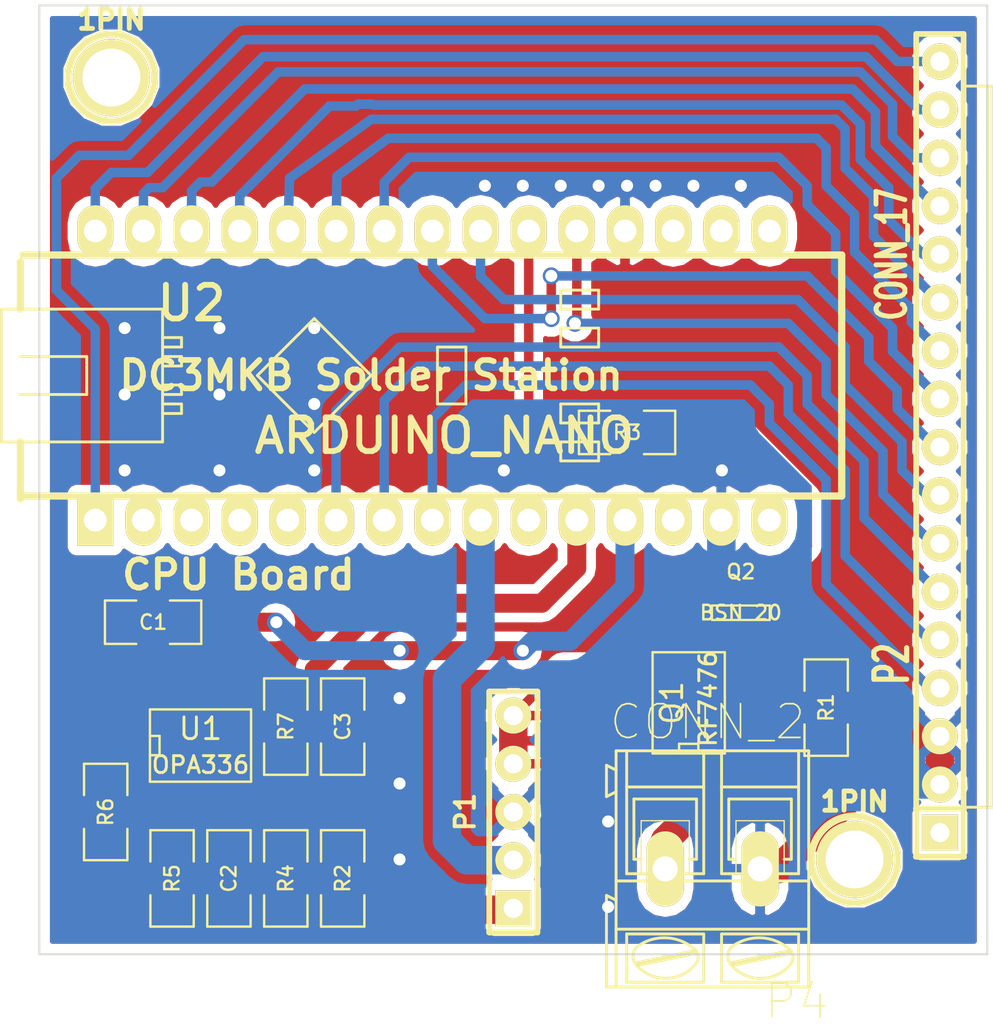
<source format=kicad_pcb>
(kicad_pcb (version 3) (host pcbnew "(2013-07-07 BZR 4022)-stable")

  (general
    (links 52)
    (no_connects 0)
    (area 107.670999 88.095999 274.254 143.67245)
    (thickness 1.6)
    (drawings 6)
    (tracks 280)
    (zones 0)
    (modules 19)
    (nets 28)
  )

  (page A3)
  (layers
    (15 Dessus.Cu signal)
    (0 Dessous.Cu signal)
    (16 Dessous.Adhes user)
    (17 Dessus.Adhes user)
    (18 Dessous.Pate user)
    (19 Dessus.Pate user)
    (20 Dessous.SilkS user)
    (21 Dessus.SilkS user)
    (22 Dessous.Masque user)
    (23 Dessus.Masque user)
    (24 Dessin.User user)
    (25 Cmts.User user)
    (26 Eco1.User user)
    (27 Eco2.User user)
    (28 Contours.Ci user)
  )

  (setup
    (last_trace_width 0.5)
    (user_trace_width 0.5)
    (user_trace_width 1)
    (user_trace_width 1.5)
    (user_trace_width 2)
    (user_trace_width 3)
    (trace_clearance 0.254)
    (zone_clearance 0.508)
    (zone_45_only no)
    (trace_min 0.5)
    (segment_width 0.2)
    (edge_width 0.1)
    (via_size 0.889)
    (via_drill 0.635)
    (via_min_size 0.889)
    (via_min_drill 0.508)
    (uvia_size 0.508)
    (uvia_drill 0.127)
    (uvias_allowed no)
    (uvia_min_size 0.508)
    (uvia_min_drill 0.127)
    (pcb_text_width 0.3)
    (pcb_text_size 1.5 1.5)
    (mod_edge_width 0.15)
    (mod_text_size 1 1)
    (mod_text_width 0.15)
    (pad_size 4.064 4.064)
    (pad_drill 3.048)
    (pad_to_mask_clearance 0)
    (aux_axis_origin 0 0)
    (visible_elements 7FFFFFFF)
    (pcbplotparams
      (layerselection 3178497)
      (usegerberextensions true)
      (excludeedgelayer true)
      (linewidth 0.150000)
      (plotframeref false)
      (viasonmask false)
      (mode 1)
      (useauxorigin false)
      (hpglpennumber 1)
      (hpglpenspeed 20)
      (hpglpendiameter 15)
      (hpglpenoverlay 2)
      (psnegative false)
      (psa4output false)
      (plotreference true)
      (plotvalue true)
      (plotothertext true)
      (plotinvisibletext false)
      (padsonsilk false)
      (subtractmaskfromsilk false)
      (outputformat 1)
      (mirror false)
      (drillshape 1)
      (scaleselection 1)
      (outputdirectory ""))
  )

  (net 0 "")
  (net 1 +12V)
  (net 2 /Dot)
  (net 3 /E1)
  (net 4 /L)
  (net 5 GND)
  (net 6 N-0000011)
  (net 7 N-0000012)
  (net 8 N-0000013)
  (net 9 N-000002)
  (net 10 N-0000025)
  (net 11 N-0000026)
  (net 12 N-0000027)
  (net 13 N-0000028)
  (net 14 N-0000029)
  (net 15 N-0000030)
  (net 16 N-0000031)
  (net 17 N-0000032)
  (net 18 N-0000033)
  (net 19 N-0000034)
  (net 20 N-0000035)
  (net 21 N-0000036)
  (net 22 N-0000037)
  (net 23 N-0000038)
  (net 24 N-0000041)
  (net 25 N-0000044)
  (net 26 N-0000063)
  (net 27 N-000009)

  (net_class Default "Ceci est la Netclass par défaut"
    (clearance 0.254)
    (trace_width 0.5)
    (via_dia 0.889)
    (via_drill 0.635)
    (uvia_dia 0.508)
    (uvia_drill 0.127)
    (add_net "")
    (add_net +12V)
    (add_net /Dot)
    (add_net /E1)
    (add_net /L)
    (add_net GND)
    (add_net N-0000011)
    (add_net N-0000012)
    (add_net N-0000013)
    (add_net N-000002)
    (add_net N-0000025)
    (add_net N-0000026)
    (add_net N-0000027)
    (add_net N-0000028)
    (add_net N-0000029)
    (add_net N-0000030)
    (add_net N-0000031)
    (add_net N-0000032)
    (add_net N-0000033)
    (add_net N-0000034)
    (add_net N-0000035)
    (add_net N-0000036)
    (add_net N-0000037)
    (add_net N-0000038)
    (add_net N-0000041)
    (add_net N-0000044)
    (add_net N-0000063)
    (add_net N-000009)
  )

  (module SOT23GDS (layer Dessus.Cu) (tedit 50911E03) (tstamp 55041ED9)
    (at 147 122)
    (descr "Module CMS SOT23 Transistore EBC")
    (tags "CMS SOT")
    (path /54F70789)
    (attr smd)
    (fp_text reference Q2 (at 0 -2.159) (layer Dessus.SilkS)
      (effects (font (size 0.762 0.762) (thickness 0.12954)))
    )
    (fp_text value "BSN 20" (at 0 0) (layer Dessus.SilkS)
      (effects (font (size 0.762 0.762) (thickness 0.12954)))
    )
    (fp_line (start -1.524 -0.381) (end 1.524 -0.381) (layer Dessus.SilkS) (width 0.11938))
    (fp_line (start 1.524 -0.381) (end 1.524 0.381) (layer Dessus.SilkS) (width 0.11938))
    (fp_line (start 1.524 0.381) (end -1.524 0.381) (layer Dessus.SilkS) (width 0.11938))
    (fp_line (start -1.524 0.381) (end -1.524 -0.381) (layer Dessus.SilkS) (width 0.11938))
    (pad S smd rect (at -0.889 -1.016) (size 0.9144 0.9144)
      (layers Dessus.Cu Dessus.Pate Dessus.Masque)
      (net 5 GND)
    )
    (pad G smd rect (at 0.889 -1.016) (size 0.9144 0.9144)
      (layers Dessus.Cu Dessus.Pate Dessus.Masque)
      (net 8 N-0000013)
    )
    (pad D smd rect (at 0 1.016) (size 0.9144 0.9144)
      (layers Dessus.Cu Dessus.Pate Dessus.Masque)
      (net 9 N-000002)
    )
    (model smd/cms_sot23.wrl
      (at (xyz 0 0 0))
      (scale (xyz 0.13 0.15 0.15))
      (rotate (xyz 0 0 0))
    )
  )

  (module SO8E (layer Dessus.Cu) (tedit 4F33A5C7) (tstamp 55041EED)
    (at 118.5 129)
    (descr "module CMS SOJ 8 pins etroit")
    (tags "CMS SOJ")
    (path /55017405)
    (attr smd)
    (fp_text reference U1 (at 0 -0.889) (layer Dessus.SilkS)
      (effects (font (size 1.143 1.143) (thickness 0.1524)))
    )
    (fp_text value OPA336 (at 0 1.016) (layer Dessus.SilkS)
      (effects (font (size 0.889 0.889) (thickness 0.1524)))
    )
    (fp_line (start -2.667 1.778) (end -2.667 1.905) (layer Dessus.SilkS) (width 0.127))
    (fp_line (start -2.667 1.905) (end 2.667 1.905) (layer Dessus.SilkS) (width 0.127))
    (fp_line (start 2.667 -1.905) (end -2.667 -1.905) (layer Dessus.SilkS) (width 0.127))
    (fp_line (start -2.667 -1.905) (end -2.667 1.778) (layer Dessus.SilkS) (width 0.127))
    (fp_line (start -2.667 -0.508) (end -2.159 -0.508) (layer Dessus.SilkS) (width 0.127))
    (fp_line (start -2.159 -0.508) (end -2.159 0.508) (layer Dessus.SilkS) (width 0.127))
    (fp_line (start -2.159 0.508) (end -2.667 0.508) (layer Dessus.SilkS) (width 0.127))
    (fp_line (start 2.667 -1.905) (end 2.667 1.905) (layer Dessus.SilkS) (width 0.127))
    (pad 8 smd rect (at -1.905 -2.667) (size 0.59944 1.39954)
      (layers Dessus.Cu Dessus.Pate Dessus.Masque)
    )
    (pad 1 smd rect (at -1.905 2.667) (size 0.59944 1.39954)
      (layers Dessus.Cu Dessus.Pate Dessus.Masque)
    )
    (pad 7 smd rect (at -0.635 -2.667) (size 0.59944 1.39954)
      (layers Dessus.Cu Dessus.Pate Dessus.Masque)
      (net 6 N-0000011)
    )
    (pad 6 smd rect (at 0.635 -2.667) (size 0.59944 1.39954)
      (layers Dessus.Cu Dessus.Pate Dessus.Masque)
      (net 10 N-0000025)
    )
    (pad 5 smd rect (at 1.905 -2.667) (size 0.59944 1.39954)
      (layers Dessus.Cu Dessus.Pate Dessus.Masque)
    )
    (pad 2 smd rect (at -0.635 2.667) (size 0.59944 1.39954)
      (layers Dessus.Cu Dessus.Pate Dessus.Masque)
      (net 13 N-0000028)
    )
    (pad 3 smd rect (at 0.635 2.667) (size 0.59944 1.39954)
      (layers Dessus.Cu Dessus.Pate Dessus.Masque)
      (net 12 N-0000027)
    )
    (pad 4 smd rect (at 1.905 2.667) (size 0.59944 1.39954)
      (layers Dessus.Cu Dessus.Pate Dessus.Masque)
      (net 5 GND)
    )
    (model smd/cms_so8.wrl
      (at (xyz 0 0 0))
      (scale (xyz 0.5 0.32 0.5))
      (rotate (xyz 0 0 0))
    )
  )

  (module SO8E (layer Dessus.Cu) (tedit 4F33A5C7) (tstamp 55041F01)
    (at 144.25 126.75 90)
    (descr "module CMS SOJ 8 pins etroit")
    (tags "CMS SOJ")
    (path /550170A9)
    (attr smd)
    (fp_text reference Q1 (at 0 -0.889 90) (layer Dessus.SilkS)
      (effects (font (size 1.143 1.143) (thickness 0.1524)))
    )
    (fp_text value IRF7476 (at 0 1.016 90) (layer Dessus.SilkS)
      (effects (font (size 0.889 0.889) (thickness 0.1524)))
    )
    (fp_line (start -2.667 1.778) (end -2.667 1.905) (layer Dessus.SilkS) (width 0.127))
    (fp_line (start -2.667 1.905) (end 2.667 1.905) (layer Dessus.SilkS) (width 0.127))
    (fp_line (start 2.667 -1.905) (end -2.667 -1.905) (layer Dessus.SilkS) (width 0.127))
    (fp_line (start -2.667 -1.905) (end -2.667 1.778) (layer Dessus.SilkS) (width 0.127))
    (fp_line (start -2.667 -0.508) (end -2.159 -0.508) (layer Dessus.SilkS) (width 0.127))
    (fp_line (start -2.159 -0.508) (end -2.159 0.508) (layer Dessus.SilkS) (width 0.127))
    (fp_line (start -2.159 0.508) (end -2.667 0.508) (layer Dessus.SilkS) (width 0.127))
    (fp_line (start 2.667 -1.905) (end 2.667 1.905) (layer Dessus.SilkS) (width 0.127))
    (pad 8 smd rect (at -1.905 -2.667 90) (size 0.59944 1.39954)
      (layers Dessus.Cu Dessus.Pate Dessus.Masque)
      (net 26 N-0000063)
    )
    (pad 1 smd rect (at -1.905 2.667 90) (size 0.59944 1.39954)
      (layers Dessus.Cu Dessus.Pate Dessus.Masque)
      (net 1 +12V)
    )
    (pad 7 smd rect (at -0.635 -2.667 90) (size 0.59944 1.39954)
      (layers Dessus.Cu Dessus.Pate Dessus.Masque)
      (net 26 N-0000063)
    )
    (pad 6 smd rect (at 0.635 -2.667 90) (size 0.59944 1.39954)
      (layers Dessus.Cu Dessus.Pate Dessus.Masque)
      (net 26 N-0000063)
    )
    (pad 5 smd rect (at 1.905 -2.667 90) (size 0.59944 1.39954)
      (layers Dessus.Cu Dessus.Pate Dessus.Masque)
      (net 26 N-0000063)
    )
    (pad 2 smd rect (at -0.635 2.667 90) (size 0.59944 1.39954)
      (layers Dessus.Cu Dessus.Pate Dessus.Masque)
      (net 1 +12V)
    )
    (pad 3 smd rect (at 0.635 2.667 90) (size 0.59944 1.39954)
      (layers Dessus.Cu Dessus.Pate Dessus.Masque)
      (net 1 +12V)
    )
    (pad 4 smd rect (at 1.905 2.667 90) (size 0.59944 1.39954)
      (layers Dessus.Cu Dessus.Pate Dessus.Masque)
      (net 9 N-000002)
    )
    (model smd/cms_so8.wrl
      (at (xyz 0 0 0))
      (scale (xyz 0.5 0.32 0.5))
      (rotate (xyz 0 0 0))
    )
  )

  (module SM1206 (layer Dessus.Cu) (tedit 42806E24) (tstamp 55041F0D)
    (at 151.5 127 270)
    (path /54F708BB)
    (attr smd)
    (fp_text reference R1 (at 0 0 270) (layer Dessus.SilkS)
      (effects (font (size 0.762 0.762) (thickness 0.127)))
    )
    (fp_text value 10k (at 0 0 270) (layer Dessus.SilkS) hide
      (effects (font (size 0.762 0.762) (thickness 0.127)))
    )
    (fp_line (start -2.54 -1.143) (end -2.54 1.143) (layer Dessus.SilkS) (width 0.127))
    (fp_line (start -2.54 1.143) (end -0.889 1.143) (layer Dessus.SilkS) (width 0.127))
    (fp_line (start 0.889 -1.143) (end 2.54 -1.143) (layer Dessus.SilkS) (width 0.127))
    (fp_line (start 2.54 -1.143) (end 2.54 1.143) (layer Dessus.SilkS) (width 0.127))
    (fp_line (start 2.54 1.143) (end 0.889 1.143) (layer Dessus.SilkS) (width 0.127))
    (fp_line (start -0.889 -1.143) (end -2.54 -1.143) (layer Dessus.SilkS) (width 0.127))
    (pad 1 smd rect (at -1.651 0 270) (size 1.524 2.032)
      (layers Dessus.Cu Dessus.Pate Dessus.Masque)
      (net 9 N-000002)
    )
    (pad 2 smd rect (at 1.651 0 270) (size 1.524 2.032)
      (layers Dessus.Cu Dessus.Pate Dessus.Masque)
      (net 1 +12V)
    )
    (model smd/chip_cms.wrl
      (at (xyz 0 0 0))
      (scale (xyz 0.17 0.16 0.16))
      (rotate (xyz 0 0 0))
    )
  )

  (module SM1206 (layer Dessus.Cu) (tedit 42806E24) (tstamp 55041F19)
    (at 141 112.5 180)
    (path /54F6FF88)
    (attr smd)
    (fp_text reference R3 (at 0 0 180) (layer Dessus.SilkS)
      (effects (font (size 0.762 0.762) (thickness 0.127)))
    )
    (fp_text value 1k (at 0 0 180) (layer Dessus.SilkS) hide
      (effects (font (size 0.762 0.762) (thickness 0.127)))
    )
    (fp_line (start -2.54 -1.143) (end -2.54 1.143) (layer Dessus.SilkS) (width 0.127))
    (fp_line (start -2.54 1.143) (end -0.889 1.143) (layer Dessus.SilkS) (width 0.127))
    (fp_line (start 0.889 -1.143) (end 2.54 -1.143) (layer Dessus.SilkS) (width 0.127))
    (fp_line (start 2.54 -1.143) (end 2.54 1.143) (layer Dessus.SilkS) (width 0.127))
    (fp_line (start 2.54 1.143) (end 0.889 1.143) (layer Dessus.SilkS) (width 0.127))
    (fp_line (start -0.889 -1.143) (end -2.54 -1.143) (layer Dessus.SilkS) (width 0.127))
    (pad 1 smd rect (at -1.651 0 180) (size 1.524 2.032)
      (layers Dessus.Cu Dessus.Pate Dessus.Masque)
      (net 8 N-0000013)
    )
    (pad 2 smd rect (at 1.651 0 180) (size 1.524 2.032)
      (layers Dessus.Cu Dessus.Pate Dessus.Masque)
      (net 7 N-0000012)
    )
    (model smd/chip_cms.wrl
      (at (xyz 0 0 0))
      (scale (xyz 0.17 0.16 0.16))
      (rotate (xyz 0 0 0))
    )
  )

  (module SM1206 (layer Dessus.Cu) (tedit 42806E24) (tstamp 55041F91)
    (at 126 136 90)
    (path /54F6E7E0)
    (attr smd)
    (fp_text reference R2 (at 0 0 90) (layer Dessus.SilkS)
      (effects (font (size 0.762 0.762) (thickness 0.127)))
    )
    (fp_text value 5k6 (at 0 0 90) (layer Dessus.SilkS) hide
      (effects (font (size 0.762 0.762) (thickness 0.127)))
    )
    (fp_line (start -2.54 -1.143) (end -2.54 1.143) (layer Dessus.SilkS) (width 0.127))
    (fp_line (start -2.54 1.143) (end -0.889 1.143) (layer Dessus.SilkS) (width 0.127))
    (fp_line (start 0.889 -1.143) (end 2.54 -1.143) (layer Dessus.SilkS) (width 0.127))
    (fp_line (start 2.54 -1.143) (end 2.54 1.143) (layer Dessus.SilkS) (width 0.127))
    (fp_line (start 2.54 1.143) (end 0.889 1.143) (layer Dessus.SilkS) (width 0.127))
    (fp_line (start -0.889 -1.143) (end -2.54 -1.143) (layer Dessus.SilkS) (width 0.127))
    (pad 1 smd rect (at -1.651 0 90) (size 1.524 2.032)
      (layers Dessus.Cu Dessus.Pate Dessus.Masque)
      (net 11 N-0000026)
    )
    (pad 2 smd rect (at 1.651 0 90) (size 1.524 2.032)
      (layers Dessus.Cu Dessus.Pate Dessus.Masque)
      (net 12 N-0000027)
    )
    (model smd/chip_cms.wrl
      (at (xyz 0 0 0))
      (scale (xyz 0.17 0.16 0.16))
      (rotate (xyz 0 0 0))
    )
  )

  (module SM1206 (layer Dessus.Cu) (tedit 42806E24) (tstamp 55041F9D)
    (at 123 136 270)
    (path /54F6E7EF)
    (attr smd)
    (fp_text reference R4 (at 0 0 270) (layer Dessus.SilkS)
      (effects (font (size 0.762 0.762) (thickness 0.127)))
    )
    (fp_text value 100k (at 0 0 270) (layer Dessus.SilkS) hide
      (effects (font (size 0.762 0.762) (thickness 0.127)))
    )
    (fp_line (start -2.54 -1.143) (end -2.54 1.143) (layer Dessus.SilkS) (width 0.127))
    (fp_line (start -2.54 1.143) (end -0.889 1.143) (layer Dessus.SilkS) (width 0.127))
    (fp_line (start 0.889 -1.143) (end 2.54 -1.143) (layer Dessus.SilkS) (width 0.127))
    (fp_line (start 2.54 -1.143) (end 2.54 1.143) (layer Dessus.SilkS) (width 0.127))
    (fp_line (start 2.54 1.143) (end 0.889 1.143) (layer Dessus.SilkS) (width 0.127))
    (fp_line (start -0.889 -1.143) (end -2.54 -1.143) (layer Dessus.SilkS) (width 0.127))
    (pad 1 smd rect (at -1.651 0 270) (size 1.524 2.032)
      (layers Dessus.Cu Dessus.Pate Dessus.Masque)
      (net 12 N-0000027)
    )
    (pad 2 smd rect (at 1.651 0 270) (size 1.524 2.032)
      (layers Dessus.Cu Dessus.Pate Dessus.Masque)
      (net 5 GND)
    )
    (model smd/chip_cms.wrl
      (at (xyz 0 0 0))
      (scale (xyz 0.17 0.16 0.16))
      (rotate (xyz 0 0 0))
    )
  )

  (module SM1206 (layer Dessus.Cu) (tedit 42806E24) (tstamp 55041FA9)
    (at 120 136 270)
    (path /54F6E7FE)
    (attr smd)
    (fp_text reference C2 (at 0 0 270) (layer Dessus.SilkS)
      (effects (font (size 0.762 0.762) (thickness 0.127)))
    )
    (fp_text value 10n (at 0 0 270) (layer Dessus.SilkS) hide
      (effects (font (size 0.762 0.762) (thickness 0.127)))
    )
    (fp_line (start -2.54 -1.143) (end -2.54 1.143) (layer Dessus.SilkS) (width 0.127))
    (fp_line (start -2.54 1.143) (end -0.889 1.143) (layer Dessus.SilkS) (width 0.127))
    (fp_line (start 0.889 -1.143) (end 2.54 -1.143) (layer Dessus.SilkS) (width 0.127))
    (fp_line (start 2.54 -1.143) (end 2.54 1.143) (layer Dessus.SilkS) (width 0.127))
    (fp_line (start 2.54 1.143) (end 0.889 1.143) (layer Dessus.SilkS) (width 0.127))
    (fp_line (start -0.889 -1.143) (end -2.54 -1.143) (layer Dessus.SilkS) (width 0.127))
    (pad 1 smd rect (at -1.651 0 270) (size 1.524 2.032)
      (layers Dessus.Cu Dessus.Pate Dessus.Masque)
      (net 12 N-0000027)
    )
    (pad 2 smd rect (at 1.651 0 270) (size 1.524 2.032)
      (layers Dessus.Cu Dessus.Pate Dessus.Masque)
      (net 5 GND)
    )
    (model smd/chip_cms.wrl
      (at (xyz 0 0 0))
      (scale (xyz 0.17 0.16 0.16))
      (rotate (xyz 0 0 0))
    )
  )

  (module SM1206 (layer Dessus.Cu) (tedit 42806E24) (tstamp 55041FB5)
    (at 117 136 270)
    (path /54F6E80D)
    (attr smd)
    (fp_text reference R5 (at 0 0 270) (layer Dessus.SilkS)
      (effects (font (size 0.762 0.762) (thickness 0.127)))
    )
    (fp_text value 100 (at 0 0 270) (layer Dessus.SilkS) hide
      (effects (font (size 0.762 0.762) (thickness 0.127)))
    )
    (fp_line (start -2.54 -1.143) (end -2.54 1.143) (layer Dessus.SilkS) (width 0.127))
    (fp_line (start -2.54 1.143) (end -0.889 1.143) (layer Dessus.SilkS) (width 0.127))
    (fp_line (start 0.889 -1.143) (end 2.54 -1.143) (layer Dessus.SilkS) (width 0.127))
    (fp_line (start 2.54 -1.143) (end 2.54 1.143) (layer Dessus.SilkS) (width 0.127))
    (fp_line (start 2.54 1.143) (end 0.889 1.143) (layer Dessus.SilkS) (width 0.127))
    (fp_line (start -0.889 -1.143) (end -2.54 -1.143) (layer Dessus.SilkS) (width 0.127))
    (pad 1 smd rect (at -1.651 0 270) (size 1.524 2.032)
      (layers Dessus.Cu Dessus.Pate Dessus.Masque)
      (net 13 N-0000028)
    )
    (pad 2 smd rect (at 1.651 0 270) (size 1.524 2.032)
      (layers Dessus.Cu Dessus.Pate Dessus.Masque)
      (net 5 GND)
    )
    (model smd/chip_cms.wrl
      (at (xyz 0 0 0))
      (scale (xyz 0.17 0.16 0.16))
      (rotate (xyz 0 0 0))
    )
  )

  (module SM1206 (layer Dessus.Cu) (tedit 42806E24) (tstamp 55041FC1)
    (at 113.5 132.5 90)
    (path /54F6E81C)
    (attr smd)
    (fp_text reference R6 (at 0 0 90) (layer Dessus.SilkS)
      (effects (font (size 0.762 0.762) (thickness 0.127)))
    )
    (fp_text value 68 (at 0 0 90) (layer Dessus.SilkS) hide
      (effects (font (size 0.762 0.762) (thickness 0.127)))
    )
    (fp_line (start -2.54 -1.143) (end -2.54 1.143) (layer Dessus.SilkS) (width 0.127))
    (fp_line (start -2.54 1.143) (end -0.889 1.143) (layer Dessus.SilkS) (width 0.127))
    (fp_line (start 0.889 -1.143) (end 2.54 -1.143) (layer Dessus.SilkS) (width 0.127))
    (fp_line (start 2.54 -1.143) (end 2.54 1.143) (layer Dessus.SilkS) (width 0.127))
    (fp_line (start 2.54 1.143) (end 0.889 1.143) (layer Dessus.SilkS) (width 0.127))
    (fp_line (start -0.889 -1.143) (end -2.54 -1.143) (layer Dessus.SilkS) (width 0.127))
    (pad 1 smd rect (at -1.651 0 90) (size 1.524 2.032)
      (layers Dessus.Cu Dessus.Pate Dessus.Masque)
      (net 13 N-0000028)
    )
    (pad 2 smd rect (at 1.651 0 90) (size 1.524 2.032)
      (layers Dessus.Cu Dessus.Pate Dessus.Masque)
      (net 10 N-0000025)
    )
    (model smd/chip_cms.wrl
      (at (xyz 0 0 0))
      (scale (xyz 0.17 0.16 0.16))
      (rotate (xyz 0 0 0))
    )
  )

  (module SM1206 (layer Dessus.Cu) (tedit 42806E24) (tstamp 55041FCD)
    (at 123 128 90)
    (path /54F6E835)
    (attr smd)
    (fp_text reference R7 (at 0 0 90) (layer Dessus.SilkS)
      (effects (font (size 0.762 0.762) (thickness 0.127)))
    )
    (fp_text value 5k6 (at 0 0 90) (layer Dessus.SilkS) hide
      (effects (font (size 0.762 0.762) (thickness 0.127)))
    )
    (fp_line (start -2.54 -1.143) (end -2.54 1.143) (layer Dessus.SilkS) (width 0.127))
    (fp_line (start -2.54 1.143) (end -0.889 1.143) (layer Dessus.SilkS) (width 0.127))
    (fp_line (start 0.889 -1.143) (end 2.54 -1.143) (layer Dessus.SilkS) (width 0.127))
    (fp_line (start 2.54 -1.143) (end 2.54 1.143) (layer Dessus.SilkS) (width 0.127))
    (fp_line (start 2.54 1.143) (end 0.889 1.143) (layer Dessus.SilkS) (width 0.127))
    (fp_line (start -0.889 -1.143) (end -2.54 -1.143) (layer Dessus.SilkS) (width 0.127))
    (pad 1 smd rect (at -1.651 0 90) (size 1.524 2.032)
      (layers Dessus.Cu Dessus.Pate Dessus.Masque)
      (net 10 N-0000025)
    )
    (pad 2 smd rect (at 1.651 0 90) (size 1.524 2.032)
      (layers Dessus.Cu Dessus.Pate Dessus.Masque)
      (net 27 N-000009)
    )
    (model smd/chip_cms.wrl
      (at (xyz 0 0 0))
      (scale (xyz 0.17 0.16 0.16))
      (rotate (xyz 0 0 0))
    )
  )

  (module SM1206 (layer Dessus.Cu) (tedit 42806E24) (tstamp 55041FD9)
    (at 126 128 270)
    (path /54F6E844)
    (attr smd)
    (fp_text reference C3 (at 0 0 270) (layer Dessus.SilkS)
      (effects (font (size 0.762 0.762) (thickness 0.127)))
    )
    (fp_text value 10n (at 0 0 270) (layer Dessus.SilkS) hide
      (effects (font (size 0.762 0.762) (thickness 0.127)))
    )
    (fp_line (start -2.54 -1.143) (end -2.54 1.143) (layer Dessus.SilkS) (width 0.127))
    (fp_line (start -2.54 1.143) (end -0.889 1.143) (layer Dessus.SilkS) (width 0.127))
    (fp_line (start 0.889 -1.143) (end 2.54 -1.143) (layer Dessus.SilkS) (width 0.127))
    (fp_line (start 2.54 -1.143) (end 2.54 1.143) (layer Dessus.SilkS) (width 0.127))
    (fp_line (start 2.54 1.143) (end 0.889 1.143) (layer Dessus.SilkS) (width 0.127))
    (fp_line (start -0.889 -1.143) (end -2.54 -1.143) (layer Dessus.SilkS) (width 0.127))
    (pad 1 smd rect (at -1.651 0 270) (size 1.524 2.032)
      (layers Dessus.Cu Dessus.Pate Dessus.Masque)
      (net 27 N-000009)
    )
    (pad 2 smd rect (at 1.651 0 270) (size 1.524 2.032)
      (layers Dessus.Cu Dessus.Pate Dessus.Masque)
      (net 5 GND)
    )
    (model smd/chip_cms.wrl
      (at (xyz 0 0 0))
      (scale (xyz 0.17 0.16 0.16))
      (rotate (xyz 0 0 0))
    )
  )

  (module SM1206 (layer Dessus.Cu) (tedit 42806E24) (tstamp 55041FF1)
    (at 116 122.5 180)
    (path /54F6F048)
    (attr smd)
    (fp_text reference C1 (at 0 0 180) (layer Dessus.SilkS)
      (effects (font (size 0.762 0.762) (thickness 0.127)))
    )
    (fp_text value 100n (at 0 0 180) (layer Dessus.SilkS) hide
      (effects (font (size 0.762 0.762) (thickness 0.127)))
    )
    (fp_line (start -2.54 -1.143) (end -2.54 1.143) (layer Dessus.SilkS) (width 0.127))
    (fp_line (start -2.54 1.143) (end -0.889 1.143) (layer Dessus.SilkS) (width 0.127))
    (fp_line (start 0.889 -1.143) (end 2.54 -1.143) (layer Dessus.SilkS) (width 0.127))
    (fp_line (start 2.54 -1.143) (end 2.54 1.143) (layer Dessus.SilkS) (width 0.127))
    (fp_line (start 2.54 1.143) (end 0.889 1.143) (layer Dessus.SilkS) (width 0.127))
    (fp_line (start -0.889 -1.143) (end -2.54 -1.143) (layer Dessus.SilkS) (width 0.127))
    (pad 1 smd rect (at -1.651 0 180) (size 1.524 2.032)
      (layers Dessus.Cu Dessus.Pate Dessus.Masque)
      (net 6 N-0000011)
    )
    (pad 2 smd rect (at 1.651 0 180) (size 1.524 2.032)
      (layers Dessus.Cu Dessus.Pate Dessus.Masque)
      (net 5 GND)
    )
    (model smd/chip_cms.wrl
      (at (xyz 0 0 0))
      (scale (xyz 0.17 0.16 0.16))
      (rotate (xyz 0 0 0))
    )
  )

  (module PIN_ARRAY_5x1 (layer Dessus.Cu) (tedit 5505A8FB) (tstamp 55042032)
    (at 135 132.5 90)
    (descr "Double rangee de contacts 2 x 5 pins")
    (tags CONN)
    (path /54F6F21B)
    (fp_text reference P1 (at 0 -2.54 90) (layer Dessus.SilkS)
      (effects (font (size 1.016 1.016) (thickness 0.2032)))
    )
    (fp_text value DIN_5 (at 0 2.54 90) (layer Dessus.SilkS) hide
      (effects (font (size 1.016 1.016) (thickness 0.2032)))
    )
    (fp_line (start -6.35 -1.27) (end -6.35 1.27) (layer Dessus.SilkS) (width 0.3048))
    (fp_line (start 6.35 1.27) (end 6.35 -1.27) (layer Dessus.SilkS) (width 0.3048))
    (fp_line (start -6.35 -1.27) (end 6.35 -1.27) (layer Dessus.SilkS) (width 0.3048))
    (fp_line (start 6.35 1.27) (end -6.35 1.27) (layer Dessus.SilkS) (width 0.3048))
    (pad 1 thru_hole rect (at -5.08 0 90) (size 1.9 1.9) (drill 1.016)
      (layers *.Cu *.Mask Dessus.SilkS)
      (net 11 N-0000026)
    )
    (pad 2 thru_hole circle (at -2.54 0 90) (size 1.9 1.9) (drill 1.016)
      (layers *.Cu *.Mask Dessus.SilkS)
      (net 25 N-0000044)
    )
    (pad 3 thru_hole circle (at 0 0 90) (size 1.9 1.9) (drill 1.016)
      (layers *.Cu *.Mask Dessus.SilkS)
      (net 5 GND)
    )
    (pad 4 thru_hole circle (at 2.54 0 90) (size 1.9 1.9) (drill 1.016)
      (layers *.Cu *.Mask Dessus.SilkS)
      (net 26 N-0000063)
    )
    (pad 5 thru_hole circle (at 5.08 0 90) (size 1.9 1.9) (drill 1.016)
      (layers *.Cu *.Mask Dessus.SilkS)
      (net 26 N-0000063)
    )
    (model pin_array/pins_array_5x1.wrl
      (at (xyz 0 0 0))
      (scale (xyz 1 1 1))
      (rotate (xyz 0 0 0))
    )
  )

  (module Arduino_Nano (layer Dessus.Cu) (tedit 550415C0) (tstamp 55042098)
    (at 132 109.5)
    (descr "30 pins DIL package, elliptical pads, width 600mil (arduino mini)")
    (tags "DIL Arduino Nano")
    (path /54F6FA03)
    (fp_text reference U2 (at -13.97 -3.81) (layer Dessus.SilkS)
      (effects (font (size 1.778 1.778) (thickness 0.3048)))
    )
    (fp_text value ARDUINO_NANO (at -0.635 3.175) (layer Dessus.SilkS)
      (effects (font (size 1.778 1.778) (thickness 0.3048)))
    )
    (fp_line (start -23 -1) (end -19.5 -1) (layer Dessus.SilkS) (width 0.15))
    (fp_line (start -19.5 -1) (end -19.5 1) (layer Dessus.SilkS) (width 0.15))
    (fp_line (start -19.5 1) (end -23 1) (layer Dessus.SilkS) (width 0.15))
    (fp_line (start -23 3.5) (end -23 6.5) (layer Dessus.SilkS) (width 0.38))
    (fp_line (start -23 -6) (end -23 -3.5) (layer Dessus.SilkS) (width 0.38))
    (fp_line (start -15.5 1.5) (end -14.5 1.5) (layer Dessus.SilkS) (width 0.15))
    (fp_line (start -14.5 1.5) (end -14.5 2) (layer Dessus.SilkS) (width 0.15))
    (fp_line (start -14.5 2) (end -15.5 2) (layer Dessus.SilkS) (width 0.15))
    (fp_line (start -15.5 0.5) (end -14.5 0.5) (layer Dessus.SilkS) (width 0.15))
    (fp_line (start -14.5 0.5) (end -14.5 1) (layer Dessus.SilkS) (width 0.15))
    (fp_line (start -14.5 1) (end -15.5 1) (layer Dessus.SilkS) (width 0.15))
    (fp_line (start -15.5 -1) (end -14.5 -1) (layer Dessus.SilkS) (width 0.15))
    (fp_line (start -14.5 -1) (end -14.5 -0.5) (layer Dessus.SilkS) (width 0.15))
    (fp_line (start -14.5 -0.5) (end -15.5 -0.5) (layer Dessus.SilkS) (width 0.15))
    (fp_line (start -15.5 -2) (end -14.5 -2) (layer Dessus.SilkS) (width 0.15))
    (fp_line (start -14.5 -2) (end -14.5 -1.5) (layer Dessus.SilkS) (width 0.15))
    (fp_line (start -14.5 -1.5) (end -15.5 -1.5) (layer Dessus.SilkS) (width 0.15))
    (fp_line (start -24 2) (end -24 3.5) (layer Dessus.SilkS) (width 0.15))
    (fp_line (start -24 3.5) (end -15.5 3.5) (layer Dessus.SilkS) (width 0.15))
    (fp_line (start -15.5 3.5) (end -15.5 2) (layer Dessus.SilkS) (width 0.15))
    (fp_line (start -15.5 -2) (end -15.5 -3.5) (layer Dessus.SilkS) (width 0.15))
    (fp_line (start -15.5 -3.5) (end -24 -3.5) (layer Dessus.SilkS) (width 0.15))
    (fp_line (start -24 -3.5) (end -24 -2) (layer Dessus.SilkS) (width 0.15))
    (fp_line (start 5.5 2.5) (end 5.5 1.5) (layer Dessus.SilkS) (width 0.15))
    (fp_line (start 7.5 2.5) (end 5.5 2.5) (layer Dessus.SilkS) (width 0.15))
    (fp_line (start 7.5 1.5) (end 7.5 2.5) (layer Dessus.SilkS) (width 0.15))
    (fp_line (start 5.5 1.5) (end 7.5 1.5) (layer Dessus.SilkS) (width 0.15))
    (fp_line (start 5.5 3.5) (end 7.5 3.5) (layer Dessus.SilkS) (width 0.15))
    (fp_line (start 7.5 3.5) (end 7.5 4.5) (layer Dessus.SilkS) (width 0.15))
    (fp_line (start 7.5 4.5) (end 5.5 4.5) (layer Dessus.SilkS) (width 0.15))
    (fp_line (start 5.5 4.5) (end 5.5 3.5) (layer Dessus.SilkS) (width 0.15))
    (fp_line (start 5.5 -1.5) (end 5.5 -2.5) (layer Dessus.SilkS) (width 0.15))
    (fp_line (start 7.5 -1.5) (end 5.5 -1.5) (layer Dessus.SilkS) (width 0.15))
    (fp_line (start 7.5 -2.5) (end 7.5 -1.5) (layer Dessus.SilkS) (width 0.15))
    (fp_line (start 5.5 -2.5) (end 7.5 -2.5) (layer Dessus.SilkS) (width 0.15))
    (fp_line (start 5.5 -4.5) (end 7.5 -4.5) (layer Dessus.SilkS) (width 0.15))
    (fp_line (start 7.5 -4.5) (end 7.5 -3.5) (layer Dessus.SilkS) (width 0.15))
    (fp_line (start 7.5 -3.5) (end 5.5 -3.5) (layer Dessus.SilkS) (width 0.15))
    (fp_line (start 5.5 -3.5) (end 5.5 -4.5) (layer Dessus.SilkS) (width 0.15))
    (fp_line (start -1 -1) (end -1 1.5) (layer Dessus.SilkS) (width 0.15))
    (fp_line (start -1 1.5) (end 0.5 1.5) (layer Dessus.SilkS) (width 0.15))
    (fp_line (start 0.5 1.5) (end 0.5 -1.5) (layer Dessus.SilkS) (width 0.15))
    (fp_line (start 0.5 -1.5) (end -1 -1.5) (layer Dessus.SilkS) (width 0.15))
    (fp_line (start -1 -1.5) (end -1 -1) (layer Dessus.SilkS) (width 0.15))
    (fp_line (start -10.5 0) (end -7.5 -3) (layer Dessus.SilkS) (width 0.15))
    (fp_line (start -7.5 -3) (end -4.5 0) (layer Dessus.SilkS) (width 0.15))
    (fp_line (start -4.5 0) (end -7.5 3) (layer Dessus.SilkS) (width 0.15))
    (fp_line (start -7.5 3) (end -10.5 0) (layer Dessus.SilkS) (width 0.15))
    (fp_line (start -15.5 -2) (end -15.5 2) (layer Dessus.SilkS) (width 0.15))
    (fp_line (start -24 2) (end -24 -2) (layer Dessus.SilkS) (width 0.15))
    (fp_line (start -22.86 -6.35) (end 20.32 -6.35) (layer Dessus.SilkS) (width 0.381))
    (fp_line (start 20.32 -6.35) (end 20.32 6.35) (layer Dessus.SilkS) (width 0.381))
    (fp_line (start 20.32 6.35) (end -22.86 6.35) (layer Dessus.SilkS) (width 0.381))
    (pad 1 thru_hole rect (at -19.05 7.62) (size 1.9 2.7) (drill 1.2)
      (layers *.Cu *.Mask Dessus.SilkS)
      (net 14 N-0000029)
    )
    (pad 2 thru_hole oval (at -16.51 7.62) (size 1.9 2.7) (drill 1.2)
      (layers *.Cu *.Mask Dessus.SilkS)
    )
    (pad 3 thru_hole oval (at -13.97 7.62) (size 1.9 2.7) (drill 1.2)
      (layers *.Cu *.Mask Dessus.SilkS)
    )
    (pad 4 thru_hole oval (at -11.43 7.62) (size 1.9 2.7) (drill 1.2)
      (layers *.Cu *.Mask Dessus.SilkS)
    )
    (pad 5 thru_hole oval (at -8.89 7.62) (size 1.9 2.7) (drill 1.2)
      (layers *.Cu *.Mask Dessus.SilkS)
    )
    (pad 6 thru_hole oval (at -6.35 7.62) (size 1.9 2.7) (drill 1.2)
      (layers *.Cu *.Mask Dessus.SilkS)
      (net 2 /Dot)
    )
    (pad 7 thru_hole oval (at -3.81 7.62) (size 1.9 2.7) (drill 1.2)
      (layers *.Cu *.Mask Dessus.SilkS)
      (net 3 /E1)
    )
    (pad 8 thru_hole oval (at -1.27 7.62) (size 1.9 2.7) (drill 1.2)
      (layers *.Cu *.Mask Dessus.SilkS)
      (net 4 /L)
    )
    (pad 9 thru_hole oval (at 1.27 7.62) (size 1.9 2.7) (drill 1.2)
      (layers *.Cu *.Mask Dessus.SilkS)
      (net 25 N-0000044)
    )
    (pad 10 thru_hole oval (at 3.81 7.62) (size 1.9 2.7) (drill 1.2)
      (layers *.Cu *.Mask Dessus.SilkS)
    )
    (pad 11 thru_hole oval (at 6.35 7.62) (size 1.9 2.7) (drill 1.2)
      (layers *.Cu *.Mask Dessus.SilkS)
      (net 27 N-000009)
    )
    (pad 12 thru_hole oval (at 8.89 7.62) (size 1.9 2.7) (drill 1.2)
      (layers *.Cu *.Mask Dessus.SilkS)
      (net 6 N-0000011)
    )
    (pad 13 thru_hole oval (at 11.43 7.62) (size 1.9 2.7) (drill 1.2)
      (layers *.Cu *.Mask Dessus.SilkS)
    )
    (pad 14 thru_hole oval (at 13.97 7.62) (size 1.9 2.7) (drill 1.2)
      (layers *.Cu *.Mask Dessus.SilkS)
      (net 5 GND)
    )
    (pad 15 thru_hole oval (at 16.51 7.62) (size 1.9 2.7) (drill 1.2)
      (layers *.Cu *.Mask Dessus.SilkS)
    )
    (pad 16 thru_hole oval (at 16.51 -7.62) (size 1.9 2.7) (drill 1.2)
      (layers *.Cu *.Mask Dessus.SilkS)
    )
    (pad 17 thru_hole oval (at 13.97 -7.62) (size 1.9 2.7) (drill 1.2)
      (layers *.Cu *.Mask Dessus.SilkS)
    )
    (pad 18 thru_hole oval (at 11.43 -7.62) (size 1.9 2.7) (drill 1.2)
      (layers *.Cu *.Mask Dessus.SilkS)
    )
    (pad 19 thru_hole oval (at 8.89 -7.62) (size 1.9 2.7) (drill 1.2)
      (layers *.Cu *.Mask Dessus.SilkS)
      (net 5 GND)
    )
    (pad 20 thru_hole oval (at 6.35 -7.62) (size 1.9 2.7) (drill 1.2)
      (layers *.Cu *.Mask Dessus.SilkS)
      (net 22 N-0000037)
    )
    (pad 21 thru_hole oval (at 3.81 -7.62) (size 1.9 2.7) (drill 1.2)
      (layers *.Cu *.Mask Dessus.SilkS)
      (net 7 N-0000012)
    )
    (pad 22 thru_hole oval (at 1.27 -7.62) (size 1.9 2.7) (drill 1.2)
      (layers *.Cu *.Mask Dessus.SilkS)
      (net 23 N-0000038)
    )
    (pad 23 thru_hole oval (at -1.27 -7.62) (size 1.9 2.7) (drill 1.2)
      (layers *.Cu *.Mask Dessus.SilkS)
      (net 24 N-0000041)
    )
    (pad 24 thru_hole oval (at -3.81 -7.62) (size 1.9 2.7) (drill 1.2)
      (layers *.Cu *.Mask Dessus.SilkS)
      (net 21 N-0000036)
    )
    (pad 25 thru_hole oval (at -6.35 -7.62) (size 1.9 2.7) (drill 1.2)
      (layers *.Cu *.Mask Dessus.SilkS)
      (net 20 N-0000035)
    )
    (pad 26 thru_hole oval (at -8.89 -7.62) (size 1.9 2.7) (drill 1.2)
      (layers *.Cu *.Mask Dessus.SilkS)
      (net 19 N-0000034)
    )
    (pad 27 thru_hole oval (at -11.43 -7.62) (size 1.9 2.7) (drill 1.2)
      (layers *.Cu *.Mask Dessus.SilkS)
      (net 18 N-0000033)
    )
    (pad 28 thru_hole oval (at -13.97 -7.62) (size 1.9 2.7) (drill 1.2)
      (layers *.Cu *.Mask Dessus.SilkS)
      (net 17 N-0000032)
    )
    (pad 29 thru_hole oval (at -16.51 -7.62) (size 1.9 2.7) (drill 1.2)
      (layers *.Cu *.Mask Dessus.SilkS)
      (net 16 N-0000031)
    )
    (pad 30 thru_hole oval (at -19.05 -7.62) (size 1.9 2.7) (drill 1.2)
      (layers *.Cu *.Mask Dessus.SilkS)
      (net 15 N-0000030)
    )
    (model arduino_nano.wrl
      (at (xyz -0.978 -0.385 0))
      (scale (xyz 0.3937 0.3937 0.3937))
      (rotate (xyz 0 0 0))
    )
    (model "../../Libs station/arduino_nano.wrl"
      (at (xyz 0 0 0))
      (scale (xyz 1 1 1))
      (rotate (xyz 0 0 0))
    )
  )

  (module SIL-17 (layer Dessus.Cu) (tedit 5505A92B) (tstamp 550539C5)
    (at 157.5 112 90)
    (descr "Connecteur 17 pins")
    (tags "CONN DEV")
    (path /5505339C)
    (fp_text reference P2 (at -12.7 -2.54 90) (layer Dessus.SilkS)
      (effects (font (size 1.72974 1.08712) (thickness 0.27178)))
    )
    (fp_text value CONN_17 (at 8.89 -2.54 90) (layer Dessus.SilkS)
      (effects (font (size 1.524 1.016) (thickness 0.3048)))
    )
    (fp_line (start -20.25 2.5) (end 17.75 2.5) (layer Dessus.SilkS) (width 0.15))
    (fp_line (start -20.25 1.25) (end -20.25 2.75) (layer Dessus.SilkS) (width 0.15))
    (fp_line (start -20.25 2.75) (end 17.75 2.75) (layer Dessus.SilkS) (width 0.15))
    (fp_line (start 17.75 2.75) (end 17.75 1.25) (layer Dessus.SilkS) (width 0.15))
    (fp_line (start -22.75 1.25) (end 20.5 1.25) (layer Dessus.SilkS) (width 0.3))
    (fp_line (start 20.5 -1.25) (end -22.75 -1.25) (layer Dessus.SilkS) (width 0.3))
    (fp_line (start 20.5 -1.25) (end 20.5 1.25) (layer Dessus.SilkS) (width 0.3))
    (fp_line (start -22.86 1.27) (end -22.86 -1.27) (layer Dessus.SilkS) (width 0.3048))
    (fp_line (start -20.32 -1.27) (end -20.32 1.27) (layer Dessus.SilkS) (width 0.3048))
    (pad 1 thru_hole rect (at -21.59 0 90) (size 1.9 1.9) (drill 1)
      (layers *.Cu *.Mask Dessus.SilkS)
    )
    (pad 2 thru_hole circle (at -19.05 0 90) (size 1.9 1.9) (drill 1)
      (layers *.Cu *.Mask Dessus.SilkS)
      (net 5 GND)
    )
    (pad 3 thru_hole circle (at -16.51 0 90) (size 1.9 1.9) (drill 1)
      (layers *.Cu *.Mask Dessus.SilkS)
      (net 5 GND)
    )
    (pad 4 thru_hole circle (at -13.97 0 90) (size 1.9 1.9) (drill 1)
      (layers *.Cu *.Mask Dessus.SilkS)
      (net 4 /L)
    )
    (pad 5 thru_hole circle (at -11.43 0 90) (size 1.9 1.9) (drill 1)
      (layers *.Cu *.Mask Dessus.SilkS)
      (net 3 /E1)
    )
    (pad 6 thru_hole circle (at -8.89 0 90) (size 1.9 1.9) (drill 1)
      (layers *.Cu *.Mask Dessus.SilkS)
      (net 2 /Dot)
    )
    (pad 7 thru_hole circle (at -6.35 0 90) (size 1.9 1.9) (drill 1)
      (layers *.Cu *.Mask Dessus.SilkS)
      (net 22 N-0000037)
    )
    (pad 8 thru_hole circle (at -3.81 0 90) (size 1.9 1.9) (drill 1)
      (layers *.Cu *.Mask Dessus.SilkS)
      (net 23 N-0000038)
    )
    (pad 9 thru_hole circle (at -1.27 0 90) (size 1.9 1.9) (drill 1)
      (layers *.Cu *.Mask Dessus.SilkS)
      (net 24 N-0000041)
    )
    (pad 10 thru_hole circle (at 1.27 0 90) (size 1.9 1.9) (drill 1)
      (layers *.Cu *.Mask Dessus.SilkS)
      (net 21 N-0000036)
    )
    (pad 11 thru_hole circle (at 3.81 0 90) (size 1.9 1.9) (drill 1)
      (layers *.Cu *.Mask Dessus.SilkS)
      (net 20 N-0000035)
    )
    (pad 12 thru_hole circle (at 6.35 0 90) (size 1.9 1.9) (drill 1)
      (layers *.Cu *.Mask Dessus.SilkS)
      (net 19 N-0000034)
    )
    (pad 13 thru_hole circle (at 8.89 0 90) (size 1.9 1.9) (drill 1)
      (layers *.Cu *.Mask Dessus.SilkS)
      (net 18 N-0000033)
    )
    (pad 14 thru_hole circle (at 11.43 0 90) (size 1.9 1.9) (drill 1)
      (layers *.Cu *.Mask Dessus.SilkS)
      (net 17 N-0000032)
    )
    (pad 15 thru_hole circle (at 13.97 0 90) (size 1.9 1.9) (drill 1)
      (layers *.Cu *.Mask Dessus.SilkS)
      (net 16 N-0000031)
    )
    (pad 16 thru_hole circle (at 16.51 0 90) (size 1.9 1.9) (drill 1)
      (layers *.Cu *.Mask Dessus.SilkS)
      (net 15 N-0000030)
    )
    (pad 17 thru_hole circle (at 19.05 0 90) (size 1.9 1.9) (drill 1)
      (layers *.Cu *.Mask Dessus.SilkS)
      (net 14 N-0000029)
    )
  )

  (module AK300-2 (layer Dessus.Cu) (tedit 4C5EE07C) (tstamp 5505887E)
    (at 145.5 135.5 180)
    (descr CONNECTOR)
    (tags CONNECTOR)
    (path /5505704F)
    (attr virtual)
    (fp_text reference P4 (at -4.445 -6.985 180) (layer Dessus.SilkS)
      (effects (font (size 1.778 1.778) (thickness 0.0889)))
    )
    (fp_text value CONN_2 (at 0.254 7.747 180) (layer Dessus.SilkS)
      (effects (font (size 1.778 1.778) (thickness 0.0889)))
    )
    (fp_line (start -3.7846 2.54) (end -1.2446 2.54) (layer Dessus.SilkS) (width 0.06604))
    (fp_line (start -1.2446 2.54) (end -1.2446 -0.254) (layer Dessus.SilkS) (width 0.06604))
    (fp_line (start -3.7846 -0.254) (end -1.2446 -0.254) (layer Dessus.SilkS) (width 0.06604))
    (fp_line (start -3.7846 2.54) (end -3.7846 -0.254) (layer Dessus.SilkS) (width 0.06604))
    (fp_line (start 1.2192 2.54) (end 3.7592 2.54) (layer Dessus.SilkS) (width 0.06604))
    (fp_line (start 3.7592 2.54) (end 3.7592 -0.254) (layer Dessus.SilkS) (width 0.06604))
    (fp_line (start 1.2192 -0.254) (end 3.7592 -0.254) (layer Dessus.SilkS) (width 0.06604))
    (fp_line (start 1.2192 2.54) (end 1.2192 -0.254) (layer Dessus.SilkS) (width 0.06604))
    (fp_line (start 5.08 -6.223) (end 5.08 -3.175) (layer Dessus.SilkS) (width 0.1524))
    (fp_line (start 5.08 -6.223) (end -5.08 -6.223) (layer Dessus.SilkS) (width 0.1524))
    (fp_line (start 5.08 -6.223) (end 5.588 -6.223) (layer Dessus.SilkS) (width 0.1524))
    (fp_line (start 5.588 -6.223) (end 5.588 -1.397) (layer Dessus.SilkS) (width 0.1524))
    (fp_line (start 5.588 -1.397) (end 5.08 -1.651) (layer Dessus.SilkS) (width 0.1524))
    (fp_line (start 5.588 5.461) (end 5.08 5.207) (layer Dessus.SilkS) (width 0.1524))
    (fp_line (start 5.08 5.207) (end 5.08 6.223) (layer Dessus.SilkS) (width 0.1524))
    (fp_line (start 5.588 3.81) (end 5.08 4.064) (layer Dessus.SilkS) (width 0.1524))
    (fp_line (start 5.08 4.064) (end 5.08 5.207) (layer Dessus.SilkS) (width 0.1524))
    (fp_line (start 5.588 3.81) (end 5.588 5.461) (layer Dessus.SilkS) (width 0.1524))
    (fp_line (start 0.4572 6.223) (end 0.4572 4.318) (layer Dessus.SilkS) (width 0.1524))
    (fp_line (start 4.5212 -0.254) (end 4.5212 4.318) (layer Dessus.SilkS) (width 0.1524))
    (fp_line (start 0.4572 6.223) (end 4.5212 6.223) (layer Dessus.SilkS) (width 0.1524))
    (fp_line (start 4.5212 6.223) (end 5.08 6.223) (layer Dessus.SilkS) (width 0.1524))
    (fp_line (start -0.4826 6.223) (end -0.4826 4.318) (layer Dessus.SilkS) (width 0.1524))
    (fp_line (start -0.4826 6.223) (end 0.4572 6.223) (layer Dessus.SilkS) (width 0.1524))
    (fp_line (start -4.5466 -0.254) (end -4.5466 4.318) (layer Dessus.SilkS) (width 0.1524))
    (fp_line (start -5.08 6.223) (end -4.5466 6.223) (layer Dessus.SilkS) (width 0.1524))
    (fp_line (start -4.5466 6.223) (end -0.4826 6.223) (layer Dessus.SilkS) (width 0.1524))
    (fp_line (start 0.4572 4.318) (end 4.5212 4.318) (layer Dessus.SilkS) (width 0.1524))
    (fp_line (start 0.4572 4.318) (end 0.4572 -0.254) (layer Dessus.SilkS) (width 0.1524))
    (fp_line (start 4.5212 4.318) (end 4.5212 6.223) (layer Dessus.SilkS) (width 0.1524))
    (fp_line (start -0.4826 4.318) (end -4.5466 4.318) (layer Dessus.SilkS) (width 0.1524))
    (fp_line (start -0.4826 4.318) (end -0.4826 -0.254) (layer Dessus.SilkS) (width 0.1524))
    (fp_line (start -4.5466 4.318) (end -4.5466 6.223) (layer Dessus.SilkS) (width 0.1524))
    (fp_line (start 4.1402 3.683) (end 4.1402 0.508) (layer Dessus.SilkS) (width 0.1524))
    (fp_line (start 4.1402 3.683) (end 0.8382 3.683) (layer Dessus.SilkS) (width 0.1524))
    (fp_line (start 0.8382 3.683) (end 0.8382 0.508) (layer Dessus.SilkS) (width 0.1524))
    (fp_line (start -0.8636 3.683) (end -0.8636 0.508) (layer Dessus.SilkS) (width 0.1524))
    (fp_line (start -0.8636 3.683) (end -4.1656 3.683) (layer Dessus.SilkS) (width 0.1524))
    (fp_line (start -4.1656 3.683) (end -4.1656 0.508) (layer Dessus.SilkS) (width 0.1524))
    (fp_line (start -4.1656 0.508) (end -3.7846 0.508) (layer Dessus.SilkS) (width 0.1524))
    (fp_line (start -0.8636 0.508) (end -1.2446 0.508) (layer Dessus.SilkS) (width 0.1524))
    (fp_line (start 0.8382 0.508) (end 1.2192 0.508) (layer Dessus.SilkS) (width 0.1524))
    (fp_line (start 4.1402 0.508) (end 3.7592 0.508) (layer Dessus.SilkS) (width 0.1524))
    (fp_line (start -5.08 6.223) (end -5.08 -0.635) (layer Dessus.SilkS) (width 0.1524))
    (fp_line (start -5.08 -0.635) (end -5.08 -3.175) (layer Dessus.SilkS) (width 0.1524))
    (fp_line (start 5.08 -1.651) (end 5.08 -0.635) (layer Dessus.SilkS) (width 0.1524))
    (fp_line (start 5.08 -0.635) (end 5.08 4.064) (layer Dessus.SilkS) (width 0.1524))
    (fp_line (start -5.08 -3.175) (end 5.08 -3.175) (layer Dessus.SilkS) (width 0.1524))
    (fp_line (start -5.08 -3.175) (end -5.08 -6.223) (layer Dessus.SilkS) (width 0.1524))
    (fp_line (start 5.08 -3.175) (end 5.08 -1.651) (layer Dessus.SilkS) (width 0.1524))
    (fp_line (start 0.4572 -3.429) (end 0.4572 -5.969) (layer Dessus.SilkS) (width 0.1524))
    (fp_line (start 0.4572 -5.969) (end 4.5212 -5.969) (layer Dessus.SilkS) (width 0.1524))
    (fp_line (start 4.5212 -5.969) (end 4.5212 -3.429) (layer Dessus.SilkS) (width 0.1524))
    (fp_line (start 4.5212 -3.429) (end 0.4572 -3.429) (layer Dessus.SilkS) (width 0.1524))
    (fp_line (start -0.4826 -3.429) (end -0.4826 -5.969) (layer Dessus.SilkS) (width 0.1524))
    (fp_line (start -0.4826 -3.429) (end -4.5466 -3.429) (layer Dessus.SilkS) (width 0.1524))
    (fp_line (start -4.5466 -3.429) (end -4.5466 -5.969) (layer Dessus.SilkS) (width 0.1524))
    (fp_line (start -0.4826 -5.969) (end -4.5466 -5.969) (layer Dessus.SilkS) (width 0.1524))
    (fp_line (start 0.8636 -4.445) (end 3.9116 -5.08) (layer Dessus.SilkS) (width 0.1524))
    (fp_line (start 0.9906 -4.318) (end 4.0386 -4.953) (layer Dessus.SilkS) (width 0.1524))
    (fp_line (start -4.1402 -4.445) (end -1.08966 -5.08) (layer Dessus.SilkS) (width 0.1524))
    (fp_line (start -4.0132 -4.318) (end -0.9652 -4.953) (layer Dessus.SilkS) (width 0.1524))
    (fp_line (start -4.5466 -0.254) (end -4.1656 -0.254) (layer Dessus.SilkS) (width 0.1524))
    (fp_line (start -0.4826 -0.254) (end -0.8636 -0.254) (layer Dessus.SilkS) (width 0.1524))
    (fp_line (start -0.8636 -0.254) (end -4.1656 -0.254) (layer Dessus.SilkS) (width 0.1524))
    (fp_line (start -5.08 -0.635) (end -4.1656 -0.635) (layer Dessus.SilkS) (width 0.1524))
    (fp_line (start -4.1656 -0.635) (end -0.8636 -0.635) (layer Dessus.SilkS) (width 0.1524))
    (fp_line (start -0.8636 -0.635) (end 0.8382 -0.635) (layer Dessus.SilkS) (width 0.1524))
    (fp_line (start 5.08 -0.635) (end 4.1402 -0.635) (layer Dessus.SilkS) (width 0.1524))
    (fp_line (start 4.1402 -0.635) (end 0.8382 -0.635) (layer Dessus.SilkS) (width 0.1524))
    (fp_line (start 4.5212 -0.254) (end 4.1402 -0.254) (layer Dessus.SilkS) (width 0.1524))
    (fp_line (start 0.4572 -0.254) (end 0.8382 -0.254) (layer Dessus.SilkS) (width 0.1524))
    (fp_line (start 0.8382 -0.254) (end 4.1402 -0.254) (layer Dessus.SilkS) (width 0.1524))
    (fp_arc (start 3.5052 -4.59486) (end 4.01066 -5.05206) (angle 90.5) (layer Dessus.SilkS) (width 0.1524))
    (fp_arc (start 2.54 -6.0706) (end 4.00304 -4.11734) (angle 75.5) (layer Dessus.SilkS) (width 0.1524))
    (fp_arc (start 2.46126 -3.7084) (end 0.8636 -5.0038) (angle 100) (layer Dessus.SilkS) (width 0.1524))
    (fp_arc (start 1.3462 -4.64566) (end 1.05664 -4.1275) (angle 104.2) (layer Dessus.SilkS) (width 0.1524))
    (fp_arc (start -1.4986 -4.59486) (end -0.9906 -5.05206) (angle 90.5) (layer Dessus.SilkS) (width 0.1524))
    (fp_arc (start -2.46126 -6.0706) (end -0.99822 -4.11734) (angle 75.5) (layer Dessus.SilkS) (width 0.1524))
    (fp_arc (start -2.53746 -3.7084) (end -4.1402 -5.0038) (angle 100) (layer Dessus.SilkS) (width 0.1524))
    (fp_arc (start -3.6576 -4.64566) (end -3.94462 -4.1275) (angle 104.2) (layer Dessus.SilkS) (width 0.1524))
    (pad 1 thru_hole oval (at -2.5146 0 180) (size 1.9812 3.9624) (drill 1.3208)
      (layers *.Cu Dessus.Pate Dessus.SilkS Dessus.Masque)
      (net 5 GND)
    )
    (pad 2 thru_hole oval (at 2.4892 0 180) (size 1.9812 3.9624) (drill 1.3208)
      (layers *.Cu Dessus.Pate Dessus.SilkS Dessus.Masque)
      (net 1 +12V)
    )
  )

  (module 1pin (layer Dessus.Cu) (tedit 5505CEB0) (tstamp 55062ADD)
    (at 153 135)
    (descr "module 1 pin (ou trou mecanique de percage)")
    (tags DEV)
    (path 1pin)
    (fp_text reference 1PIN (at 0 -3.048) (layer Dessus.SilkS)
      (effects (font (size 1.016 1.016) (thickness 0.254)))
    )
    (fp_text value P*** (at 0 2.794) (layer Dessus.SilkS) hide
      (effects (font (size 1.016 1.016) (thickness 0.254)))
    )
    (fp_circle (center 0 0) (end 0 -2.286) (layer Dessus.SilkS) (width 0.381))
    (pad 1 thru_hole circle (at 0 0) (size 4.064 4.064) (drill 3.048)
      (layers *.Cu *.Mask Dessus.SilkS)
    )
  )

  (module 1pin (layer Dessus.Cu) (tedit 200000) (tstamp 55062AEE)
    (at 113.8 93.8)
    (descr "module 1 pin (ou trou mecanique de percage)")
    (tags DEV)
    (path 1pin)
    (fp_text reference 1PIN (at 0 -3.048) (layer Dessus.SilkS)
      (effects (font (size 1.016 1.016) (thickness 0.254)))
    )
    (fp_text value P*** (at 0 2.794) (layer Dessus.SilkS) hide
      (effects (font (size 1.016 1.016) (thickness 0.254)))
    )
    (fp_circle (center 0 0) (end 0 -2.286) (layer Dessus.SilkS) (width 0.381))
    (pad 1 thru_hole circle (at 0 0) (size 4.064 4.064) (drill 3.048)
      (layers *.Cu *.Mask Dessus.SilkS)
    )
  )

  (gr_text "DC3MKB Solder Station" (at 127.5 109.5) (layer Dessus.SilkS)
    (effects (font (size 1.5 1.5) (thickness 0.3)))
  )
  (gr_text "CPU Board" (at 120.5 120) (layer Dessus.SilkS)
    (effects (font (size 1.5 1.5) (thickness 0.3)))
  )
  (gr_line (start 160 140) (end 110 140) (angle 90) (layer Contours.Ci) (width 0.1))
  (gr_line (start 160 90) (end 160 140) (angle 90) (layer Contours.Ci) (width 0.1))
  (gr_line (start 110 90) (end 160 90) (angle 90) (layer Contours.Ci) (width 0.1) (tstamp 55040C7F))
  (gr_line (start 110 140) (end 110 90) (angle 90) (layer Contours.Ci) (width 0.1) (tstamp 55040C7C))

  (segment (start 143.0108 135.5) (end 143.0108 133.9892) (width 1.5) (layer Dessus.Cu) (net 1))
  (segment (start 151.5 130) (end 151.5 128.651) (width 1.5) (layer Dessus.Cu) (net 1) (tstamp 5505CD4C))
  (segment (start 150 131.5) (end 151.5 130) (width 1.5) (layer Dessus.Cu) (net 1) (tstamp 5505CD4B))
  (segment (start 145.5 131.5) (end 150 131.5) (width 1.5) (layer Dessus.Cu) (net 1) (tstamp 5505CD4A))
  (segment (start 143.0108 133.9892) (end 145.5 131.5) (width 1.5) (layer Dessus.Cu) (net 1) (tstamp 5505CD49))
  (segment (start 146.917 126.115) (end 148.964 126.115) (width 0.5) (layer Dessus.Cu) (net 1))
  (segment (start 148.964 126.115) (end 150.234 127.385) (width 0.5) (layer Dessus.Cu) (net 1) (tstamp 55056F58))
  (segment (start 150.234 127.385) (end 150.115 127.385) (width 0.5) (layer Dessus.Cu) (net 1) (tstamp 55056F59))
  (segment (start 150.115 127.385) (end 150 127.5) (width 0.5) (layer Dessus.Cu) (net 1) (tstamp 55056F5A))
  (segment (start 150 127.5) (end 150 127.385) (width 0.5) (layer Dessus.Cu) (net 1) (tstamp 55056F5B))
  (segment (start 146.917 127.385) (end 150 127.385) (width 0.5) (layer Dessus.Cu) (net 1))
  (segment (start 150 127.385) (end 150.234 127.385) (width 0.5) (layer Dessus.Cu) (net 1) (tstamp 55056F5C))
  (segment (start 150.234 127.385) (end 151.5 128.651) (width 0.5) (layer Dessus.Cu) (net 1) (tstamp 55056F54))
  (segment (start 146.917 128.655) (end 151.496 128.655) (width 0.5) (layer Dessus.Cu) (net 1))
  (segment (start 151.496 128.655) (end 151.5 128.651) (width 0.5) (layer Dessus.Cu) (net 1) (tstamp 55056F51))
  (segment (start 157.5 120.89) (end 157.39 120.89) (width 0.5) (layer Dessous.Cu) (net 2))
  (segment (start 125.65 111.35) (end 125.65 117.12) (width 0.5) (layer Dessous.Cu) (net 2) (tstamp 55056C67))
  (segment (start 129 108) (end 125.65 111.35) (width 0.5) (layer Dessous.Cu) (net 2) (tstamp 55056C64))
  (segment (start 149 108) (end 129 108) (width 0.5) (layer Dessous.Cu) (net 2) (tstamp 55056C5B))
  (segment (start 150.5 109.5) (end 149 108) (width 0.5) (layer Dessous.Cu) (net 2) (tstamp 55056C59))
  (segment (start 150.5 111) (end 150.5 109.5) (width 0.5) (layer Dessous.Cu) (net 2) (tstamp 55056C57))
  (segment (start 153.5 114) (end 150.5 111) (width 0.5) (layer Dessous.Cu) (net 2) (tstamp 55056C55))
  (segment (start 153.5 117) (end 153.5 114) (width 0.5) (layer Dessous.Cu) (net 2) (tstamp 55056C53))
  (segment (start 157.39 120.89) (end 153.5 117) (width 0.5) (layer Dessous.Cu) (net 2) (tstamp 55056C51))
  (segment (start 157.5 123.43) (end 156.93 123.43) (width 0.5) (layer Dessous.Cu) (net 3))
  (segment (start 128.19 110.81) (end 128.19 117.12) (width 0.5) (layer Dessous.Cu) (net 3) (tstamp 55056C83))
  (segment (start 130 109) (end 128.19 110.81) (width 0.5) (layer Dessous.Cu) (net 3) (tstamp 55056C80))
  (segment (start 148.5 109) (end 130 109) (width 0.5) (layer Dessous.Cu) (net 3) (tstamp 55056C7D))
  (segment (start 149.5 110) (end 148.5 109) (width 0.5) (layer Dessous.Cu) (net 3) (tstamp 55056C7C))
  (segment (start 149.5 111.5) (end 149.5 110) (width 0.5) (layer Dessous.Cu) (net 3) (tstamp 55056C7A))
  (segment (start 152.5 114.5) (end 149.5 111.5) (width 0.5) (layer Dessous.Cu) (net 3) (tstamp 55056C72))
  (segment (start 152.5 119) (end 152.5 114.5) (width 0.5) (layer Dessous.Cu) (net 3) (tstamp 55056C6F))
  (segment (start 156.93 123.43) (end 152.5 119) (width 0.5) (layer Dessous.Cu) (net 3) (tstamp 55056C6C))
  (segment (start 157.5 125.97) (end 156.97 125.97) (width 0.5) (layer Dessous.Cu) (net 4))
  (segment (start 130.73 111.77) (end 130.73 117.12) (width 0.5) (layer Dessous.Cu) (net 4) (tstamp 55056CA3))
  (segment (start 132.5 110) (end 130.73 111.77) (width 0.5) (layer Dessous.Cu) (net 4) (tstamp 55056CA1))
  (segment (start 147.5 110) (end 132.5 110) (width 0.5) (layer Dessous.Cu) (net 4) (tstamp 55056C9E))
  (segment (start 148.5 111) (end 147.5 110) (width 0.5) (layer Dessous.Cu) (net 4) (tstamp 55056C9C))
  (segment (start 148.5 112) (end 148.5 111) (width 0.5) (layer Dessous.Cu) (net 4) (tstamp 55056C97))
  (segment (start 151.5 115) (end 148.5 112) (width 0.5) (layer Dessous.Cu) (net 4) (tstamp 55056C95))
  (segment (start 151.5 120.5) (end 151.5 115) (width 0.5) (layer Dessous.Cu) (net 4) (tstamp 55056C91))
  (segment (start 156.97 125.97) (end 151.5 120.5) (width 0.5) (layer Dessous.Cu) (net 4) (tstamp 55056C87))
  (segment (start 157.5 128.51) (end 155.49 128.51) (width 1.5) (layer Dessus.Cu) (net 5))
  (segment (start 149 135.5) (end 148.0146 135.5) (width 1.5) (layer Dessus.Cu) (net 5) (tstamp 5505CD66))
  (segment (start 153.5 131) (end 149 135.5) (width 1.5) (layer Dessus.Cu) (net 5) (tstamp 5505CD63))
  (segment (start 153.5 130.5) (end 153.5 131) (width 1.5) (layer Dessus.Cu) (net 5) (tstamp 5505CD62))
  (segment (start 155.49 128.51) (end 153.5 130.5) (width 1.5) (layer Dessus.Cu) (net 5) (tstamp 5505CD5F))
  (segment (start 157.5 128.51) (end 157.5 131.05) (width 1.5) (layer Dessus.Cu) (net 5))
  (segment (start 135 132.5) (end 131.5 132.5) (width 1.5) (layer Dessus.Cu) (net 5))
  (via (at 129 126.5) (size 0.889) (layers Dessus.Cu Dessous.Cu) (net 5))
  (segment (start 129 131) (end 129 126.5) (width 1.5) (layer Dessus.Cu) (net 5) (tstamp 5505ADCB))
  (via (at 129 131) (size 0.889) (layers Dessus.Cu Dessous.Cu) (net 5))
  (segment (start 129 135) (end 129 131) (width 1.5) (layer Dessous.Cu) (net 5) (tstamp 5505ADC8))
  (via (at 129 135) (size 0.889) (layers Dessus.Cu Dessous.Cu) (net 5))
  (segment (start 131.5 132.5) (end 129 135) (width 1.5) (layer Dessus.Cu) (net 5) (tstamp 5505ADBF))
  (segment (start 146.75 127.25) (end 145.75 127.25) (width 1.5) (layer Dessous.Cu) (net 5))
  (via (at 140 137.5) (size 0.889) (layers Dessus.Cu Dessous.Cu) (net 5))
  (segment (start 140 133) (end 140 137.5) (width 1.5) (layer Dessus.Cu) (net 5) (tstamp 5505AD55))
  (via (at 140 133) (size 0.889) (layers Dessus.Cu Dessous.Cu) (net 5))
  (segment (start 145.75 127.25) (end 140 133) (width 1.5) (layer Dessous.Cu) (net 5) (tstamp 5505AD4F))
  (segment (start 134.5 114.5) (end 124.5 114.5) (width 0.5) (layer Dessus.Cu) (net 5))
  (segment (start 145.97 114.53) (end 146 114.5) (width 0.5) (layer Dessous.Cu) (net 5) (tstamp 55058A60))
  (via (at 146 114.5) (size 0.889) (layers Dessus.Cu Dessous.Cu) (net 5))
  (segment (start 146 114.5) (end 134.5 114.5) (width 0.5) (layer Dessus.Cu) (net 5) (tstamp 55058A62))
  (via (at 134.5 114.5) (size 0.889) (layers Dessus.Cu Dessous.Cu) (net 5))
  (segment (start 145.97 117.12) (end 145.97 114.53) (width 0.5) (layer Dessous.Cu) (net 5))
  (via (at 114.5 107) (size 0.889) (layers Dessus.Cu Dessous.Cu) (net 5))
  (segment (start 119.5 107) (end 114.5 107) (width 0.5) (layer Dessus.Cu) (net 5) (tstamp 55058A7E))
  (via (at 119.5 107) (size 0.889) (layers Dessus.Cu Dessous.Cu) (net 5))
  (segment (start 124.5 107) (end 119.5 107) (width 0.5) (layer Dessous.Cu) (net 5) (tstamp 55058A7B))
  (via (at 124.5 107) (size 0.889) (layers Dessus.Cu Dessous.Cu) (net 5))
  (segment (start 124.5 111) (end 124.5 107) (width 0.5) (layer Dessus.Cu) (net 5) (tstamp 55058A78))
  (via (at 124.5 111) (size 0.889) (layers Dessus.Cu Dessous.Cu) (net 5))
  (segment (start 120 111) (end 124.5 111) (width 0.5) (layer Dessous.Cu) (net 5) (tstamp 55058A76))
  (segment (start 119.5 110.5) (end 120 111) (width 0.5) (layer Dessous.Cu) (net 5) (tstamp 55058A75))
  (via (at 119.5 110.5) (size 0.889) (layers Dessus.Cu Dessous.Cu) (net 5))
  (segment (start 114.5 110.5) (end 119.5 110.5) (width 0.5) (layer Dessus.Cu) (net 5) (tstamp 55058A72))
  (via (at 114.5 110.5) (size 0.889) (layers Dessus.Cu Dessous.Cu) (net 5))
  (segment (start 114.5 114.5) (end 114.5 110.5) (width 0.5) (layer Dessous.Cu) (net 5) (tstamp 55058A6F))
  (via (at 114.5 114.5) (size 0.889) (layers Dessus.Cu Dessous.Cu) (net 5))
  (segment (start 119.5 114.5) (end 114.5 114.5) (width 0.5) (layer Dessus.Cu) (net 5) (tstamp 55058A6C))
  (via (at 119.5 114.5) (size 0.889) (layers Dessus.Cu Dessous.Cu) (net 5))
  (segment (start 124.5 114.5) (end 119.5 114.5) (width 0.5) (layer Dessous.Cu) (net 5) (tstamp 55058A69))
  (via (at 124.5 114.5) (size 0.889) (layers Dessus.Cu Dessous.Cu) (net 5))
  (segment (start 141 99.5) (end 142.5 99.5) (width 0.5) (layer Dessous.Cu) (net 5))
  (via (at 147 99.5) (size 0.889) (layers Dessus.Cu Dessous.Cu) (net 5))
  (segment (start 144.5 99.5) (end 147 99.5) (width 0.5) (layer Dessous.Cu) (net 5) (tstamp 5505891C))
  (via (at 144.5 99.5) (size 0.889) (layers Dessus.Cu Dessous.Cu) (net 5))
  (segment (start 142.5 99.5) (end 144.5 99.5) (width 0.5) (layer Dessus.Cu) (net 5) (tstamp 55058919))
  (via (at 142.5 99.5) (size 0.889) (layers Dessus.Cu Dessous.Cu) (net 5))
  (segment (start 140.89 101.88) (end 140.89 99.61) (width 0.5) (layer Dessus.Cu) (net 5))
  (segment (start 133.5 99.5) (end 132 99.5) (width 0.5) (layer Dessous.Cu) (net 5) (tstamp 55058913))
  (via (at 133.5 99.5) (size 0.889) (layers Dessus.Cu Dessous.Cu) (net 5))
  (segment (start 135.5 99.5) (end 133.5 99.5) (width 0.5) (layer Dessus.Cu) (net 5) (tstamp 55058910))
  (via (at 135.5 99.5) (size 0.889) (layers Dessus.Cu Dessous.Cu) (net 5))
  (segment (start 137.5 99.5) (end 135.5 99.5) (width 0.5) (layer Dessous.Cu) (net 5) (tstamp 5505890D))
  (via (at 137.5 99.5) (size 0.889) (layers Dessus.Cu Dessous.Cu) (net 5))
  (segment (start 139.5 99.5) (end 137.5 99.5) (width 0.5) (layer Dessus.Cu) (net 5) (tstamp 5505890A))
  (via (at 139.5 99.5) (size 0.889) (layers Dessus.Cu Dessous.Cu) (net 5))
  (segment (start 141 99.5) (end 139.5 99.5) (width 0.5) (layer Dessous.Cu) (net 5) (tstamp 55058907))
  (via (at 141 99.5) (size 0.889) (layers Dessus.Cu Dessous.Cu) (net 5))
  (segment (start 140.89 99.61) (end 141 99.5) (width 0.5) (layer Dessus.Cu) (net 5) (tstamp 55058904))
  (segment (start 157.5 131.05) (end 150.55 131.05) (width 1.5) (layer Dessous.Cu) (net 5))
  (segment (start 150.55 131.05) (end 146.75 127.25) (width 1.5) (layer Dessous.Cu) (net 5) (tstamp 550588EF))
  (segment (start 145.97 126.47) (end 145.97 117.12) (width 1.5) (layer Dessous.Cu) (net 5) (tstamp 550588F0))
  (segment (start 146.75 127.25) (end 145.97 126.47) (width 1.5) (layer Dessous.Cu) (net 5) (tstamp 5505AD4D))
  (segment (start 117.651 122.5) (end 122.5 122.5) (width 1) (layer Dessus.Cu) (net 6))
  (segment (start 140.89 120.61) (end 140.89 117.12) (width 1) (layer Dessous.Cu) (net 6) (tstamp 5505ACC0))
  (segment (start 138 123.5) (end 140.89 120.61) (width 1) (layer Dessous.Cu) (net 6) (tstamp 5505ACBD))
  (segment (start 136 123.5) (end 138 123.5) (width 1) (layer Dessous.Cu) (net 6) (tstamp 5505ACB3))
  (segment (start 135.5 124) (end 136 123.5) (width 1) (layer Dessous.Cu) (net 6) (tstamp 5505ACB2))
  (via (at 135.5 124) (size 0.889) (layers Dessus.Cu Dessous.Cu) (net 6))
  (segment (start 129 124) (end 135.5 124) (width 1) (layer Dessus.Cu) (net 6) (tstamp 5505ACAF))
  (via (at 129 124) (size 0.889) (layers Dessus.Cu Dessous.Cu) (net 6))
  (segment (start 124 124) (end 129 124) (width 1) (layer Dessous.Cu) (net 6) (tstamp 5505ACAA))
  (segment (start 122.5 122.5) (end 124 124) (width 1) (layer Dessous.Cu) (net 6) (tstamp 5505ACA9))
  (via (at 122.5 122.5) (size 0.889) (layers Dessus.Cu Dessous.Cu) (net 6))
  (segment (start 117.865 126.333) (end 117.865 122.714) (width 0.5) (layer Dessus.Cu) (net 6))
  (segment (start 117.865 122.714) (end 117.651 122.5) (width 0.5) (layer Dessus.Cu) (net 6) (tstamp 55058C38))
  (segment (start 139.349 112.5) (end 136.5 112.5) (width 0.5) (layer Dessus.Cu) (net 7))
  (segment (start 135.81 111.81) (end 135.81 101.88) (width 0.5) (layer Dessus.Cu) (net 7) (tstamp 55056D69))
  (segment (start 136.5 112.5) (end 135.81 111.81) (width 0.5) (layer Dessus.Cu) (net 7) (tstamp 55056D67))
  (segment (start 147.889 120.984) (end 148.016 120.984) (width 0.5) (layer Dessus.Cu) (net 8))
  (segment (start 147 112.5) (end 142.651 112.5) (width 0.5) (layer Dessus.Cu) (net 8) (tstamp 55056F3E))
  (segment (start 150.5 116) (end 147 112.5) (width 0.5) (layer Dessus.Cu) (net 8) (tstamp 55056F3C))
  (segment (start 150.5 118.5) (end 150.5 116) (width 0.5) (layer Dessus.Cu) (net 8) (tstamp 55056F3A))
  (segment (start 148.016 120.984) (end 150.5 118.5) (width 0.5) (layer Dessus.Cu) (net 8) (tstamp 55056F39))
  (segment (start 146.917 124.845) (end 150.996 124.845) (width 0.5) (layer Dessus.Cu) (net 9))
  (segment (start 150.996 124.845) (end 151.5 125.349) (width 0.5) (layer Dessus.Cu) (net 9) (tstamp 55056F45))
  (segment (start 147 123.016) (end 147 124.762) (width 0.5) (layer Dessus.Cu) (net 9))
  (segment (start 147 124.762) (end 146.917 124.845) (width 0.5) (layer Dessus.Cu) (net 9) (tstamp 55056F42))
  (segment (start 118 129) (end 122.349 129) (width 0.5) (layer Dessus.Cu) (net 10))
  (segment (start 122.349 129) (end 123 129.651) (width 0.5) (layer Dessus.Cu) (net 10) (tstamp 5505648A))
  (segment (start 119.135 126.333) (end 119.135 128.365) (width 0.5) (layer Dessus.Cu) (net 10))
  (segment (start 115.349 129) (end 113.5 130.849) (width 0.5) (layer Dessus.Cu) (net 10) (tstamp 55056440))
  (segment (start 118.5 129) (end 118 129) (width 0.5) (layer Dessus.Cu) (net 10) (tstamp 5505643E))
  (segment (start 118 129) (end 115.349 129) (width 0.5) (layer Dessus.Cu) (net 10) (tstamp 55056488))
  (segment (start 119.135 128.365) (end 118.5 129) (width 0.5) (layer Dessus.Cu) (net 10) (tstamp 5505643B))
  (segment (start 126 137.651) (end 134.929 137.651) (width 1.5) (layer Dessus.Cu) (net 11))
  (segment (start 134.929 137.651) (end 135 137.58) (width 1.5) (layer Dessus.Cu) (net 11) (tstamp 55058A20))
  (segment (start 119.135 131.667) (end 119.135 133.484) (width 0.5) (layer Dessus.Cu) (net 12))
  (segment (start 119.135 133.484) (end 120 134.349) (width 0.5) (layer Dessus.Cu) (net 12) (tstamp 550563FA))
  (segment (start 123 134.349) (end 120 134.349) (width 1) (layer Dessus.Cu) (net 12))
  (segment (start 126 134.349) (end 123 134.349) (width 1) (layer Dessus.Cu) (net 12))
  (segment (start 117 134.349) (end 113.698 134.349) (width 0.5) (layer Dessus.Cu) (net 13))
  (segment (start 113.698 134.349) (end 113.5 134.151) (width 0.5) (layer Dessus.Cu) (net 13) (tstamp 55056431))
  (segment (start 117.865 131.667) (end 117.865 133.484) (width 0.5) (layer Dessus.Cu) (net 13))
  (segment (start 117.865 133.484) (end 117 134.349) (width 0.5) (layer Dessus.Cu) (net 13) (tstamp 550563FF))
  (segment (start 157.5 92.95) (end 155.25 92.95) (width 0.5) (layer Dessous.Cu) (net 14))
  (segment (start 112.95 107.05) (end 112.95 117.12) (width 0.5) (layer Dessous.Cu) (net 14) (tstamp 55062B59))
  (segment (start 110.9 105) (end 112.95 107.05) (width 0.5) (layer Dessous.Cu) (net 14) (tstamp 55062B57))
  (segment (start 110.9 99.1) (end 110.9 105) (width 0.5) (layer Dessous.Cu) (net 14) (tstamp 55062B56))
  (segment (start 112.1 97.9) (end 110.9 99.1) (width 0.5) (layer Dessous.Cu) (net 14) (tstamp 55062B55))
  (segment (start 114.7 97.9) (end 112.1 97.9) (width 0.5) (layer Dessous.Cu) (net 14) (tstamp 55062B54))
  (segment (start 120.8 91.8) (end 114.7 97.9) (width 0.5) (layer Dessous.Cu) (net 14) (tstamp 55062B53))
  (segment (start 154.1 91.8) (end 120.8 91.8) (width 0.5) (layer Dessous.Cu) (net 14) (tstamp 55062B52))
  (segment (start 155.25 92.95) (end 154.1 91.8) (width 0.5) (layer Dessous.Cu) (net 14) (tstamp 55062B51))
  (segment (start 157.5 95.49) (end 156.39 95.49) (width 0.5) (layer Dessous.Cu) (net 15))
  (segment (start 112.95 99.65) (end 112.95 101.88) (width 0.5) (layer Dessous.Cu) (net 15) (tstamp 55062B4D))
  (segment (start 113.8 98.8) (end 112.95 99.65) (width 0.5) (layer Dessous.Cu) (net 15) (tstamp 55062B4C))
  (segment (start 115.7 98.8) (end 113.8 98.8) (width 0.5) (layer Dessous.Cu) (net 15) (tstamp 55062B4B))
  (segment (start 121.8 92.7) (end 115.7 98.8) (width 0.5) (layer Dessous.Cu) (net 15) (tstamp 55062B49))
  (segment (start 153.6 92.7) (end 121.8 92.7) (width 0.5) (layer Dessous.Cu) (net 15) (tstamp 55062B47))
  (segment (start 156.39 95.49) (end 153.6 92.7) (width 0.5) (layer Dessous.Cu) (net 15) (tstamp 55062B46))
  (segment (start 157.5 98.03) (end 156.13 98.03) (width 0.5) (layer Dessous.Cu) (net 16))
  (segment (start 115.49 99.91) (end 115.49 101.88) (width 0.5) (layer Dessous.Cu) (net 16) (tstamp 55062B43))
  (segment (start 115.8 99.6) (end 115.49 99.91) (width 0.5) (layer Dessous.Cu) (net 16) (tstamp 55062B42))
  (segment (start 116.5 99.6) (end 115.8 99.6) (width 0.5) (layer Dessous.Cu) (net 16) (tstamp 55062B41))
  (segment (start 122.6 93.5) (end 116.5 99.6) (width 0.5) (layer Dessous.Cu) (net 16) (tstamp 55062B3F))
  (segment (start 153.3 93.5) (end 122.6 93.5) (width 0.5) (layer Dessous.Cu) (net 16) (tstamp 55062B3E))
  (segment (start 155 95.2) (end 153.3 93.5) (width 0.5) (layer Dessous.Cu) (net 16) (tstamp 55062B3D))
  (segment (start 155 96.9) (end 155 95.2) (width 0.5) (layer Dessous.Cu) (net 16) (tstamp 55062B3C))
  (segment (start 156.13 98.03) (end 155 96.9) (width 0.5) (layer Dessous.Cu) (net 16) (tstamp 55062B3B))
  (segment (start 157.5 100.57) (end 157.27 100.57) (width 0.5) (layer Dessous.Cu) (net 17))
  (segment (start 118.03 99.77) (end 118.03 101.88) (width 0.5) (layer Dessous.Cu) (net 17) (tstamp 55062B36))
  (segment (start 118.5 99.3) (end 118.03 99.77) (width 0.5) (layer Dessous.Cu) (net 17) (tstamp 55062B35))
  (segment (start 119.1 99.3) (end 118.5 99.3) (width 0.5) (layer Dessous.Cu) (net 17) (tstamp 55062B34))
  (segment (start 124 94.4) (end 119.1 99.3) (width 0.5) (layer Dessous.Cu) (net 17) (tstamp 55062B32))
  (segment (start 152.9 94.4) (end 124 94.4) (width 0.5) (layer Dessous.Cu) (net 17) (tstamp 55062B31))
  (segment (start 154.1 95.6) (end 152.9 94.4) (width 0.5) (layer Dessous.Cu) (net 17) (tstamp 55062B30))
  (segment (start 154.1 97.4) (end 154.1 95.6) (width 0.5) (layer Dessous.Cu) (net 17) (tstamp 55062B2F))
  (segment (start 157.27 100.57) (end 154.1 97.4) (width 0.5) (layer Dessous.Cu) (net 17) (tstamp 55062B2E))
  (segment (start 157.5 103.11) (end 156.61 103.11) (width 0.5) (layer Dessous.Cu) (net 18))
  (segment (start 120.57 100.03) (end 120.57 101.88) (width 0.5) (layer Dessous.Cu) (net 18) (tstamp 55062B2B))
  (segment (start 125.3 95.3) (end 120.57 100.03) (width 0.5) (layer Dessous.Cu) (net 18) (tstamp 55062B2A))
  (segment (start 126.7 95.3) (end 125.3 95.3) (width 0.5) (layer Dessous.Cu) (net 18) (tstamp 55062B29))
  (segment (start 126.8 95.2) (end 126.7 95.3) (width 0.5) (layer Dessous.Cu) (net 18) (tstamp 55062B28))
  (segment (start 127.554002 95.2) (end 126.8 95.2) (width 0.5) (layer Dessous.Cu) (net 18) (tstamp 55062B27))
  (segment (start 127.6 95.245998) (end 127.554002 95.2) (width 0.5) (layer Dessous.Cu) (net 18) (tstamp 55062B26))
  (segment (start 152.312318 95.245998) (end 127.6 95.245998) (width 0.5) (layer Dessous.Cu) (net 18) (tstamp 55062B25))
  (segment (start 153.3 96.23368) (end 152.312318 95.245998) (width 0.5) (layer Dessous.Cu) (net 18) (tstamp 55062B24))
  (segment (start 153.3 98.1) (end 153.3 96.23368) (width 0.5) (layer Dessous.Cu) (net 18) (tstamp 55062B23))
  (segment (start 154.8 99.6) (end 153.3 98.1) (width 0.5) (layer Dessous.Cu) (net 18) (tstamp 55062B22))
  (segment (start 154.8 101.3) (end 154.8 99.6) (width 0.5) (layer Dessous.Cu) (net 18) (tstamp 55062B21))
  (segment (start 156.61 103.11) (end 154.8 101.3) (width 0.5) (layer Dessous.Cu) (net 18) (tstamp 55062B20))
  (segment (start 123.11 101.88) (end 123.2 99.1) (width 0.5) (layer Dessous.Cu) (net 19))
  (segment (start 154 102.15) (end 157.5 105.65) (width 0.5) (layer Dessous.Cu) (net 19) (tstamp 550568AE))
  (segment (start 154 100.06632) (end 154 102.15) (width 0.5) (layer Dessous.Cu) (net 19) (tstamp 550568AC))
  (segment (start 152.5 98.56632) (end 154 100.06632) (width 0.5) (layer Dessous.Cu) (net 19) (tstamp 550568A8))
  (segment (start 152.5 96.5) (end 152.5 98.56632) (width 0.5) (layer Dessous.Cu) (net 19) (tstamp 550568A5))
  (segment (start 152 96) (end 152.5 96.5) (width 0.5) (layer Dessous.Cu) (net 19) (tstamp 550568A2))
  (segment (start 127.5 96) (end 152 96) (width 0.5) (layer Dessous.Cu) (net 19) (tstamp 55056897))
  (segment (start 123.2 99.1) (end 127.5 96) (width 0.5) (layer Dessous.Cu) (net 19) (tstamp 55056890))
  (segment (start 125.65 101.88) (end 125.7 99) (width 0.5) (layer Dessous.Cu) (net 20))
  (segment (start 156 106.69) (end 157.5 108.19) (width 0.5) (layer Dessous.Cu) (net 20) (tstamp 550568D4))
  (segment (start 156 106) (end 156 106.69) (width 0.5) (layer Dessous.Cu) (net 20) (tstamp 550568D3))
  (segment (start 153 103) (end 156 106) (width 0.5) (layer Dessous.Cu) (net 20) (tstamp 550568CB))
  (segment (start 153 101) (end 153 103) (width 0.5) (layer Dessous.Cu) (net 20) (tstamp 550568C8))
  (segment (start 151.5 99.5) (end 153 101) (width 0.5) (layer Dessous.Cu) (net 20) (tstamp 550568C5))
  (segment (start 151.5 97.5) (end 151.5 99.5) (width 0.5) (layer Dessous.Cu) (net 20) (tstamp 550568C3))
  (segment (start 151 97) (end 151.5 97.5) (width 0.5) (layer Dessous.Cu) (net 20) (tstamp 550568C2))
  (segment (start 128.4 97) (end 151 97) (width 0.5) (layer Dessous.Cu) (net 20) (tstamp 550568BF))
  (segment (start 125.7 99) (end 128.4 97) (width 0.5) (layer Dessous.Cu) (net 20) (tstamp 550568BA))
  (segment (start 128.19 101.88) (end 128.19 99.31) (width 0.5) (layer Dessous.Cu) (net 21))
  (segment (start 155 108.23) (end 157.5 110.73) (width 0.5) (layer Dessous.Cu) (net 21) (tstamp 550568FB))
  (segment (start 155 107) (end 155 108.23) (width 0.5) (layer Dessous.Cu) (net 21) (tstamp 550568FA))
  (segment (start 152 104) (end 155 107) (width 0.5) (layer Dessous.Cu) (net 21) (tstamp 550568F6))
  (segment (start 152 102) (end 152 104) (width 0.5) (layer Dessous.Cu) (net 21) (tstamp 550568F5))
  (segment (start 150.5 100.5) (end 152 102) (width 0.5) (layer Dessous.Cu) (net 21) (tstamp 550568F1))
  (segment (start 150.5 99.5) (end 150.5 100.5) (width 0.5) (layer Dessous.Cu) (net 21) (tstamp 550568E4))
  (segment (start 149 98) (end 150.5 99.5) (width 0.5) (layer Dessous.Cu) (net 21) (tstamp 550568DD))
  (segment (start 129.5 98) (end 149 98) (width 0.5) (layer Dessous.Cu) (net 21) (tstamp 550568DC))
  (segment (start 128.19 99.31) (end 129.5 98) (width 0.5) (layer Dessous.Cu) (net 21) (tstamp 550568DA))
  (segment (start 157.5 118.35) (end 157.1 118.35) (width 0.5) (layer Dessous.Cu) (net 22))
  (segment (start 138.35 106.65) (end 138.35 101.88) (width 0.5) (layer Dessus.Cu) (net 22) (tstamp 5506FE6F))
  (segment (start 138.25 106.75) (end 138.35 106.65) (width 0.5) (layer Dessus.Cu) (net 22) (tstamp 5506FE6E))
  (via (at 138.25 106.75) (size 0.889) (layers Dessus.Cu Dessous.Cu) (net 22))
  (segment (start 149.5 106.75) (end 138.25 106.75) (width 0.5) (layer Dessous.Cu) (net 22) (tstamp 5506FE64))
  (segment (start 151.5 108.75) (end 149.5 106.75) (width 0.5) (layer Dessous.Cu) (net 22) (tstamp 5506FE61))
  (segment (start 151.5 110.5) (end 151.5 108.75) (width 0.5) (layer Dessous.Cu) (net 22) (tstamp 5506FE5E))
  (segment (start 154.5 113.5) (end 151.5 110.5) (width 0.5) (layer Dessous.Cu) (net 22) (tstamp 5506FE5B))
  (segment (start 154.5 115.75) (end 154.5 113.5) (width 0.5) (layer Dessous.Cu) (net 22) (tstamp 5506FE58))
  (segment (start 157.1 118.35) (end 154.5 115.75) (width 0.5) (layer Dessous.Cu) (net 22) (tstamp 5506FE56))
  (segment (start 157.5 115.81) (end 156.81 115.81) (width 0.5) (layer Dessous.Cu) (net 23))
  (segment (start 133.27 104.27) (end 133.27 101.88) (width 0.5) (layer Dessous.Cu) (net 23) (tstamp 55056B53))
  (segment (start 134.5 105.5) (end 133.27 104.27) (width 0.5) (layer Dessous.Cu) (net 23) (tstamp 55056B52))
  (segment (start 150 105.5) (end 134.5 105.5) (width 0.5) (layer Dessous.Cu) (net 23) (tstamp 55056B4E))
  (segment (start 152.5 108) (end 150 105.5) (width 0.5) (layer Dessous.Cu) (net 23) (tstamp 55056B4B))
  (segment (start 152.5 110) (end 152.5 108) (width 0.5) (layer Dessous.Cu) (net 23) (tstamp 55056B49))
  (segment (start 155.5 113) (end 152.5 110) (width 0.5) (layer Dessous.Cu) (net 23) (tstamp 55056B48))
  (segment (start 155.5 114.5) (end 155.5 113) (width 0.5) (layer Dessous.Cu) (net 23) (tstamp 55056B46))
  (segment (start 156.81 115.81) (end 155.5 114.5) (width 0.5) (layer Dessous.Cu) (net 23) (tstamp 55056B43))
  (segment (start 157.5 113.27) (end 157.27 113.27) (width 0.5) (layer Dessous.Cu) (net 24))
  (segment (start 130.73 103.73) (end 130.73 101.88) (width 0.5) (layer Dessous.Cu) (net 24) (tstamp 5506FEDE))
  (segment (start 133.5 106.5) (end 130.73 103.73) (width 0.5) (layer Dessous.Cu) (net 24) (tstamp 5506FED9))
  (segment (start 137 106.5) (end 133.5 106.5) (width 0.5) (layer Dessous.Cu) (net 24) (tstamp 5506FED8))
  (via (at 137 106.5) (size 0.889) (layers Dessus.Cu Dessous.Cu) (net 24))
  (segment (start 137 104.25) (end 137 106.5) (width 0.5) (layer Dessus.Cu) (net 24) (tstamp 5506FED2))
  (via (at 137 104.25) (size 0.889) (layers Dessus.Cu Dessous.Cu) (net 24))
  (segment (start 150.5 104.25) (end 137 104.25) (width 0.5) (layer Dessous.Cu) (net 24) (tstamp 5506FEB3))
  (segment (start 153.75 107.5) (end 150.5 104.25) (width 0.5) (layer Dessous.Cu) (net 24) (tstamp 5506FEB1))
  (segment (start 153.75 108.75) (end 153.75 107.5) (width 0.5) (layer Dessous.Cu) (net 24) (tstamp 5506FEAF))
  (segment (start 155.25 110.25) (end 153.75 108.75) (width 0.5) (layer Dessous.Cu) (net 24) (tstamp 5506FEAD))
  (segment (start 155.25 111.25) (end 155.25 110.25) (width 0.5) (layer Dessous.Cu) (net 24) (tstamp 5506FEAC))
  (segment (start 157.27 113.27) (end 155.25 111.25) (width 0.5) (layer Dessous.Cu) (net 24) (tstamp 5506FEA9))
  (segment (start 135 135.04) (end 132.54 135.04) (width 1.5) (layer Dessous.Cu) (net 25))
  (segment (start 133.27 123.73) (end 133.27 117.12) (width 1.5) (layer Dessous.Cu) (net 25) (tstamp 55058A27))
  (segment (start 131.5 125.5) (end 133.27 123.73) (width 1.5) (layer Dessous.Cu) (net 25) (tstamp 55058A26))
  (segment (start 131.5 134) (end 131.5 125.5) (width 1.5) (layer Dessous.Cu) (net 25) (tstamp 55058A25))
  (segment (start 132.54 135.04) (end 131.5 134) (width 1.5) (layer Dessous.Cu) (net 25) (tstamp 55058A24))
  (segment (start 141.583 126.115) (end 139.385 126.115) (width 0.5) (layer Dessus.Cu) (net 26))
  (segment (start 138.08 127.42) (end 135 127.42) (width 0.5) (layer Dessus.Cu) (net 26) (tstamp 55058A1D))
  (segment (start 139.385 126.115) (end 138.08 127.42) (width 0.5) (layer Dessus.Cu) (net 26) (tstamp 55058A1C))
  (segment (start 141.583 127.385) (end 140.865 127.385) (width 0.5) (layer Dessus.Cu) (net 26))
  (segment (start 139.5 128.75) (end 135 128.75) (width 0.5) (layer Dessus.Cu) (net 26) (tstamp 55058A14))
  (segment (start 140.865 127.385) (end 139.5 128.75) (width 0.5) (layer Dessus.Cu) (net 26) (tstamp 55058A13))
  (segment (start 135 127.42) (end 135 128.75) (width 1.5) (layer Dessus.Cu) (net 26))
  (segment (start 135 128.75) (end 135 129.96) (width 1.5) (layer Dessus.Cu) (net 26) (tstamp 55058A17))
  (segment (start 141.583 128.655) (end 141.345 128.655) (width 0.5) (layer Dessus.Cu) (net 26))
  (segment (start 141.345 128.655) (end 140.04 129.96) (width 0.5) (layer Dessus.Cu) (net 26) (tstamp 55058A0C))
  (segment (start 140.04 129.96) (end 135 129.96) (width 0.5) (layer Dessus.Cu) (net 26) (tstamp 55058A0D))
  (segment (start 141.583 124.845) (end 137.575 124.845) (width 0.5) (layer Dessus.Cu) (net 26))
  (segment (start 137.575 124.845) (end 135 127.42) (width 0.5) (layer Dessus.Cu) (net 26) (tstamp 55058A07))
  (segment (start 138.35 117.12) (end 138.35 119.65) (width 1) (layer Dessus.Cu) (net 27))
  (segment (start 124.5 125) (end 124.5 126.349) (width 1) (layer Dessus.Cu) (net 27) (tstamp 55056EB3))
  (segment (start 128 121.5) (end 124.5 125) (width 1) (layer Dessus.Cu) (net 27) (tstamp 55056EB1))
  (segment (start 136.5 121.5) (end 128 121.5) (width 1) (layer Dessus.Cu) (net 27) (tstamp 55056EAE))
  (segment (start 138.35 119.65) (end 136.5 121.5) (width 1) (layer Dessus.Cu) (net 27) (tstamp 55056EAB))
  (segment (start 123 126.349) (end 124.5 126.349) (width 1.5) (layer Dessus.Cu) (net 27))
  (segment (start 124.5 126.349) (end 126 126.349) (width 1.5) (layer Dessus.Cu) (net 27) (tstamp 55056EB6))

  (zone (net 5) (net_name GND) (layer Dessous.Cu) (tstamp 55058900) (hatch edge 0.508)
    (connect_pads (clearance 0.508))
    (min_thickness 0.254)
    (fill (arc_segments 16) (thermal_gap 0.508) (thermal_bridge_width 0.508))
    (polygon
      (pts
        (xy 160 140) (xy 110 140) (xy 110 90) (xy 160 90)
      )
    )
    (filled_polygon
      (pts
        (xy 132.86342 107.115) (xy 129 107.115) (xy 128.661325 107.182367) (xy 128.37421 107.37421) (xy 128.374207 107.374213)
        (xy 125.02421 110.72421) (xy 124.832367 111.011325) (xy 124.821189 111.067515) (xy 124.764999 111.35) (xy 124.765 111.350005)
        (xy 124.765 115.402815) (xy 124.529236 115.560348) (xy 124.38 115.783695) (xy 124.230764 115.560348) (xy 123.716553 115.216763)
        (xy 123.11 115.096112) (xy 122.503447 115.216763) (xy 121.989236 115.560348) (xy 121.84 115.783695) (xy 121.690764 115.560348)
        (xy 121.176553 115.216763) (xy 120.57 115.096112) (xy 119.963447 115.216763) (xy 119.449236 115.560348) (xy 119.3 115.783695)
        (xy 119.150764 115.560348) (xy 118.636553 115.216763) (xy 118.03 115.096112) (xy 117.423447 115.216763) (xy 116.909236 115.560348)
        (xy 116.76 115.783695) (xy 116.610764 115.560348) (xy 116.096553 115.216763) (xy 115.49 115.096112) (xy 114.883447 115.216763)
        (xy 114.472057 115.491644) (xy 114.438641 115.410771) (xy 114.260168 115.231987) (xy 114.026864 115.135111) (xy 113.835 115.134943)
        (xy 113.835 107.05) (xy 113.834999 107.049999) (xy 113.835 107.049999) (xy 113.767633 106.711325) (xy 113.57579 106.42421)
        (xy 113.575786 106.424207) (xy 111.785 104.63342) (xy 111.785 103.373448) (xy 111.829236 103.439652) (xy 112.343447 103.783237)
        (xy 112.95 103.903888) (xy 113.556553 103.783237) (xy 114.070764 103.439652) (xy 114.22 103.216304) (xy 114.369236 103.439652)
        (xy 114.883447 103.783237) (xy 115.49 103.903888) (xy 116.096553 103.783237) (xy 116.610764 103.439652) (xy 116.76 103.216304)
        (xy 116.909236 103.439652) (xy 117.423447 103.783237) (xy 118.03 103.903888) (xy 118.636553 103.783237) (xy 119.150764 103.439652)
        (xy 119.3 103.216304) (xy 119.449236 103.439652) (xy 119.963447 103.783237) (xy 120.57 103.903888) (xy 121.176553 103.783237)
        (xy 121.690764 103.439652) (xy 121.84 103.216304) (xy 121.989236 103.439652) (xy 122.503447 103.783237) (xy 123.11 103.903888)
        (xy 123.716553 103.783237) (xy 124.230764 103.439652) (xy 124.38 103.216304) (xy 124.529236 103.439652) (xy 125.043447 103.783237)
        (xy 125.65 103.903888) (xy 126.256553 103.783237) (xy 126.770764 103.439652) (xy 126.92 103.216304) (xy 127.069236 103.439652)
        (xy 127.583447 103.783237) (xy 128.19 103.903888) (xy 128.796553 103.783237) (xy 129.310764 103.439652) (xy 129.46 103.216304)
        (xy 129.609236 103.439652) (xy 129.845 103.597184) (xy 129.845 103.729994) (xy 129.844999 103.73) (xy 129.901189 104.012484)
        (xy 129.912367 104.068675) (xy 130.10421 104.35579) (xy 132.86342 107.115)
      )
    )
    (filled_polygon
      (pts
        (xy 149.615 100.309814) (xy 149.116553 99.976763) (xy 148.51 99.856112) (xy 147.903447 99.976763) (xy 147.389236 100.320348)
        (xy 147.24 100.543695) (xy 147.090764 100.320348) (xy 146.576553 99.976763) (xy 145.97 99.856112) (xy 145.363447 99.976763)
        (xy 144.849236 100.320348) (xy 144.7 100.543695) (xy 144.550764 100.320348) (xy 144.036553 99.976763) (xy 143.43 99.856112)
        (xy 142.823447 99.976763) (xy 142.309236 100.320348) (xy 142.149832 100.558911) (xy 141.920961 100.269433) (xy 141.37922 99.96705)
        (xy 141.262588 99.939415) (xy 141.017 100.059416) (xy 141.017 101.753) (xy 141.037 101.753) (xy 141.037 102.007)
        (xy 141.017 102.007) (xy 141.017 102.027) (xy 140.763 102.027) (xy 140.763 102.007) (xy 140.743 102.007)
        (xy 140.743 101.753) (xy 140.763 101.753) (xy 140.763 100.059416) (xy 140.517412 99.939415) (xy 140.40078 99.96705)
        (xy 139.859039 100.269433) (xy 139.630167 100.558911) (xy 139.470764 100.320348) (xy 138.956553 99.976763) (xy 138.35 99.856112)
        (xy 137.743447 99.976763) (xy 137.229236 100.320348) (xy 137.08 100.543695) (xy 136.930764 100.320348) (xy 136.416553 99.976763)
        (xy 135.81 99.856112) (xy 135.203447 99.976763) (xy 134.689236 100.320348) (xy 134.54 100.543695) (xy 134.390764 100.320348)
        (xy 133.876553 99.976763) (xy 133.27 99.856112) (xy 132.663447 99.976763) (xy 132.149236 100.320348) (xy 132 100.543695)
        (xy 131.850764 100.320348) (xy 131.336553 99.976763) (xy 130.73 99.856112) (xy 130.123447 99.976763) (xy 129.609236 100.320348)
        (xy 129.46 100.543695) (xy 129.310764 100.320348) (xy 129.075 100.162815) (xy 129.075 99.676579) (xy 129.866579 98.885)
        (xy 148.63342 98.885) (xy 149.615 99.866579) (xy 149.615 100.309814)
      )
    )
    (filled_polygon
      (pts
        (xy 159.315 139.315) (xy 159.096187 139.315) (xy 159.096187 131.302602) (xy 159.096187 128.762602) (xy 159.071351 128.132539)
        (xy 158.878018 127.665792) (xy 158.616349 127.573256) (xy 157.679605 128.51) (xy 158.616349 129.446744) (xy 158.878018 129.354208)
        (xy 159.096187 128.762602) (xy 159.096187 131.302602) (xy 159.071351 130.672539) (xy 158.878018 130.205792) (xy 158.616349 130.113256)
        (xy 158.436744 130.292861) (xy 158.436744 129.933651) (xy 158.382407 129.78) (xy 158.436744 129.626349) (xy 157.5 128.689605)
        (xy 157.320395 128.86921) (xy 157.320395 128.51) (xy 156.383651 127.573256) (xy 156.121982 127.665792) (xy 155.903813 128.257398)
        (xy 155.928649 128.887461) (xy 156.121982 129.354208) (xy 156.383651 129.446744) (xy 157.320395 128.51) (xy 157.320395 128.86921)
        (xy 156.563256 129.626349) (xy 156.617592 129.78) (xy 156.563256 129.933651) (xy 157.5 130.870395) (xy 158.436744 129.933651)
        (xy 158.436744 130.292861) (xy 157.679605 131.05) (xy 157.693747 131.064142) (xy 157.514142 131.243747) (xy 157.5 131.229605)
        (xy 157.485857 131.243747) (xy 157.320395 131.078285) (xy 157.306252 131.064142) (xy 157.320395 131.05) (xy 156.383651 130.113256)
        (xy 156.121982 130.205792) (xy 155.903813 130.797398) (xy 155.928649 131.427461) (xy 156.121982 131.894208) (xy 156.383648 131.986743)
        (xy 156.324139 132.046252) (xy 156.190771 132.101359) (xy 156.011987 132.279832) (xy 155.915111 132.513136) (xy 155.91489 132.765755)
        (xy 155.91489 134.665755) (xy 156.011359 134.899229) (xy 156.189832 135.078013) (xy 156.423136 135.174889) (xy 156.675755 135.17511)
        (xy 158.575755 135.17511) (xy 158.809229 135.078641) (xy 158.988013 134.900168) (xy 159.084889 134.666864) (xy 159.08511 134.414245)
        (xy 159.08511 132.514245) (xy 158.988641 132.280771) (xy 158.810168 132.101987) (xy 158.675801 132.046193) (xy 158.616351 131.986743)
        (xy 158.878018 131.894208) (xy 159.096187 131.302602) (xy 159.096187 139.315) (xy 159.08511 139.315) (xy 155.667461 139.315)
        (xy 155.667461 134.471828) (xy 155.26229 133.49124) (xy 154.512706 132.740346) (xy 153.532826 132.333465) (xy 152.471828 132.332539)
        (xy 151.49124 132.73771) (xy 150.740346 133.487294) (xy 150.333465 134.467174) (xy 150.332539 135.528172) (xy 150.73771 136.50876)
        (xy 151.487294 137.259654) (xy 152.467174 137.666535) (xy 153.528172 137.667461) (xy 154.50876 137.26229) (xy 155.259654 136.512706)
        (xy 155.666535 135.532826) (xy 155.667461 134.471828) (xy 155.667461 139.315) (xy 150.095 139.315) (xy 150.095 117.558888)
        (xy 150.095 116.681112) (xy 149.974349 116.074559) (xy 149.630764 115.560348) (xy 149.116553 115.216763) (xy 148.51 115.096112)
        (xy 147.903447 115.216763) (xy 147.389236 115.560348) (xy 147.229832 115.798911) (xy 147.000961 115.509433) (xy 146.45922 115.20705)
        (xy 146.342588 115.179415) (xy 146.097 115.299416) (xy 146.097 116.993) (xy 146.117 116.993) (xy 146.117 117.247)
        (xy 146.097 117.247) (xy 146.097 118.940584) (xy 146.342588 119.060585) (xy 146.45922 119.03295) (xy 147.000961 118.730567)
        (xy 147.229832 118.441088) (xy 147.389236 118.679652) (xy 147.903447 119.023237) (xy 148.51 119.143888) (xy 149.116553 119.023237)
        (xy 149.630764 118.679652) (xy 149.974349 118.165441) (xy 150.095 117.558888) (xy 150.095 139.315) (xy 149.6402 139.315)
        (xy 149.6402 136.6176) (xy 149.6402 135.627) (xy 149.6402 135.373) (xy 149.6402 134.3824) (xy 149.467858 133.769977)
        (xy 149.07427 133.270124) (xy 148.519357 132.95894) (xy 148.393559 132.928589) (xy 148.1416 133.048059) (xy 148.1416 135.373)
        (xy 149.6402 135.373) (xy 149.6402 135.627) (xy 148.1416 135.627) (xy 148.1416 137.951941) (xy 148.393559 138.071411)
        (xy 148.519357 138.04106) (xy 149.07427 137.729876) (xy 149.467858 137.230023) (xy 149.6402 136.6176) (xy 149.6402 139.315)
        (xy 147.8876 139.315) (xy 147.8876 137.951941) (xy 147.8876 135.627) (xy 147.8876 135.373) (xy 147.8876 133.048059)
        (xy 147.635641 132.928589) (xy 147.509843 132.95894) (xy 146.95493 133.270124) (xy 146.561342 133.769977) (xy 146.389 134.3824)
        (xy 146.389 135.373) (xy 147.8876 135.373) (xy 147.8876 135.627) (xy 146.389 135.627) (xy 146.389 136.6176)
        (xy 146.561342 137.230023) (xy 146.95493 137.729876) (xy 147.509843 138.04106) (xy 147.635641 138.071411) (xy 147.8876 137.951941)
        (xy 147.8876 139.315) (xy 144.6364 139.315) (xy 144.6364 136.541854) (xy 144.6364 134.458146) (xy 144.512659 133.836056)
        (xy 144.160273 133.308673) (xy 143.63289 132.956287) (xy 143.0108 132.832546) (xy 142.38871 132.956287) (xy 141.861327 133.308673)
        (xy 141.508941 133.836056) (xy 141.3852 134.458146) (xy 141.3852 136.541854) (xy 141.508941 137.163944) (xy 141.861327 137.691327)
        (xy 142.38871 138.043713) (xy 143.0108 138.167454) (xy 143.63289 138.043713) (xy 144.160273 137.691327) (xy 144.512659 137.163944)
        (xy 144.6364 136.541854) (xy 144.6364 139.315) (xy 136.596187 139.315) (xy 136.596187 132.752602) (xy 136.585274 132.47575)
        (xy 136.585274 129.646107) (xy 136.34448 129.063343) (xy 135.971527 128.689739) (xy 136.342913 128.319002) (xy 136.584723 127.736659)
        (xy 136.585274 127.106107) (xy 136.34448 126.523343) (xy 135.899002 126.077087) (xy 135.316659 125.835277) (xy 134.686107 125.834726)
        (xy 134.103343 126.07552) (xy 133.657087 126.520998) (xy 133.415277 127.103341) (xy 133.414726 127.733893) (xy 133.65552 128.316657)
        (xy 134.028472 128.69026) (xy 133.657087 129.060998) (xy 133.415277 129.643341) (xy 133.414726 130.273893) (xy 133.65552 130.856657)
        (xy 134.094211 131.296115) (xy 134.063256 131.383651) (xy 135 132.320395) (xy 135.936744 131.383651) (xy 135.905591 131.29556)
        (xy 136.342913 130.859002) (xy 136.584723 130.276659) (xy 136.585274 129.646107) (xy 136.585274 132.47575) (xy 136.571351 132.122539)
        (xy 136.378018 131.655792) (xy 136.116349 131.563256) (xy 135.179605 132.5) (xy 136.116349 133.436744) (xy 136.378018 133.344208)
        (xy 136.596187 132.752602) (xy 136.596187 139.315) (xy 110.685 139.315) (xy 110.685 106.036579) (xy 112.065 107.416579)
        (xy 112.065 115.13489) (xy 111.874245 115.13489) (xy 111.640771 115.231359) (xy 111.461987 115.409832) (xy 111.365111 115.643136)
        (xy 111.36489 115.895755) (xy 111.36489 118.595755) (xy 111.461359 118.829229) (xy 111.639832 119.008013) (xy 111.873136 119.104889)
        (xy 112.125755 119.10511) (xy 114.025755 119.10511) (xy 114.259229 119.008641) (xy 114.438013 118.830168) (xy 114.472 118.748317)
        (xy 114.883447 119.023237) (xy 115.49 119.143888) (xy 116.096553 119.023237) (xy 116.610764 118.679652) (xy 116.76 118.456304)
        (xy 116.909236 118.679652) (xy 117.423447 119.023237) (xy 118.03 119.143888) (xy 118.636553 119.023237) (xy 119.150764 118.679652)
        (xy 119.3 118.456304) (xy 119.449236 118.679652) (xy 119.963447 119.023237) (xy 120.57 119.143888) (xy 121.176553 119.023237)
        (xy 121.690764 118.679652) (xy 121.84 118.456304) (xy 121.989236 118.679652) (xy 122.503447 119.023237) (xy 123.11 119.143888)
        (xy 123.716553 119.023237) (xy 124.230764 118.679652) (xy 124.38 118.456304) (xy 124.529236 118.679652) (xy 125.043447 119.023237)
        (xy 125.65 119.143888) (xy 126.256553 119.023237) (xy 126.770764 118.679652) (xy 126.92 118.456304) (xy 127.069236 118.679652)
        (xy 127.583447 119.023237) (xy 128.19 119.143888) (xy 128.796553 119.023237) (xy 129.310764 118.679652) (xy 129.46 118.456304)
        (xy 129.609236 118.679652) (xy 130.123447 119.023237) (xy 130.73 119.143888) (xy 131.336553 119.023237) (xy 131.850764 118.679652)
        (xy 131.885 118.628414) (xy 131.885 123.156314) (xy 130.520657 124.520657) (xy 130.220427 124.969983) (xy 130.135 125.399453)
        (xy 130.135 124) (xy 130.048603 123.565654) (xy 129.802566 123.197434) (xy 129.434346 122.951397) (xy 129 122.865)
        (xy 124.470132 122.865) (xy 123.302566 121.697434) (xy 122.934345 121.451397) (xy 122.5 121.365) (xy 122.065655 121.451397)
        (xy 121.697434 121.697434) (xy 121.451397 122.065655) (xy 121.365 122.5) (xy 121.451397 122.934345) (xy 121.697434 123.302566)
        (xy 123.197434 124.802566) (xy 123.565654 125.048603) (xy 124 125.135) (xy 129 125.135) (xy 129.434346 125.048603)
        (xy 129.802566 124.802566) (xy 130.048603 124.434346) (xy 130.135 124) (xy 130.135 125.399453) (xy 130.115 125.5)
        (xy 130.115 134) (xy 130.220427 134.530017) (xy 130.520657 134.979343) (xy 131.560657 136.019343) (xy 132.009983 136.319573)
        (xy 132.009984 136.319573) (xy 132.54 136.425) (xy 133.447555 136.425) (xy 133.415111 136.503136) (xy 133.41489 136.755755)
        (xy 133.41489 138.655755) (xy 133.511359 138.889229) (xy 133.689832 139.068013) (xy 133.923136 139.164889) (xy 134.175755 139.16511)
        (xy 136.075755 139.16511) (xy 136.309229 139.068641) (xy 136.488013 138.890168) (xy 136.584889 138.656864) (xy 136.58511 138.404245)
        (xy 136.58511 136.504245) (xy 136.488641 136.270771) (xy 136.310168 136.091987) (xy 136.225061 136.056647) (xy 136.342913 135.939002)
        (xy 136.584723 135.356659) (xy 136.585274 134.726107) (xy 136.34448 134.143343) (xy 135.905788 133.703884) (xy 135.936744 133.616349)
        (xy 135 132.679605) (xy 134.820395 132.85921) (xy 134.820395 132.5) (xy 133.883651 131.563256) (xy 133.621982 131.655792)
        (xy 133.403813 132.247398) (xy 133.428649 132.877461) (xy 133.621982 133.344208) (xy 133.883651 133.436744) (xy 134.820395 132.5)
        (xy 134.820395 132.85921) (xy 134.063256 133.616349) (xy 134.076924 133.655) (xy 133.113686 133.655) (xy 132.885 133.426314)
        (xy 132.885 126.073686) (xy 134.249343 124.709343) (xy 134.447197 124.413232) (xy 134.451397 124.434345) (xy 134.697434 124.802566)
        (xy 135.065655 125.048603) (xy 135.5 125.135) (xy 135.934345 125.048603) (xy 136.302566 124.802566) (xy 136.470132 124.635)
        (xy 138 124.635) (xy 138.434345 124.548603) (xy 138.434346 124.548603) (xy 138.802566 124.302566) (xy 141.692566 121.412566)
        (xy 141.938603 121.044346) (xy 141.938603 121.044345) (xy 142.025 120.61) (xy 142.025 118.658346) (xy 142.16 118.456304)
        (xy 142.309236 118.679652) (xy 142.823447 119.023237) (xy 143.43 119.143888) (xy 144.036553 119.023237) (xy 144.550764 118.679652)
        (xy 144.710167 118.441088) (xy 144.939039 118.730567) (xy 145.48078 119.03295) (xy 145.597412 119.060585) (xy 145.843 118.940584)
        (xy 145.843 117.247) (xy 145.823 117.247) (xy 145.823 116.993) (xy 145.843 116.993) (xy 145.843 115.299416)
        (xy 145.597412 115.179415) (xy 145.48078 115.20705) (xy 144.939039 115.509433) (xy 144.710167 115.798911) (xy 144.550764 115.560348)
        (xy 144.036553 115.216763) (xy 143.43 115.096112) (xy 142.823447 115.216763) (xy 142.309236 115.560348) (xy 142.16 115.783695)
        (xy 142.010764 115.560348) (xy 141.496553 115.216763) (xy 140.89 115.096112) (xy 140.283447 115.216763) (xy 139.769236 115.560348)
        (xy 139.62 115.783695) (xy 139.470764 115.560348) (xy 138.956553 115.216763) (xy 138.35 115.096112) (xy 137.743447 115.216763)
        (xy 137.229236 115.560348) (xy 137.08 115.783695) (xy 136.930764 115.560348) (xy 136.416553 115.216763) (xy 135.81 115.096112)
        (xy 135.203447 115.216763) (xy 134.689236 115.560348) (xy 134.54 115.783695) (xy 134.390764 115.560348) (xy 133.876553 115.216763)
        (xy 133.27 115.096112) (xy 132.663447 115.216763) (xy 132.149236 115.560348) (xy 132 115.783695) (xy 131.850764 115.560348)
        (xy 131.615 115.402815) (xy 131.615 112.136579) (xy 132.866579 110.885) (xy 147.13342 110.885) (xy 147.615 111.366579)
        (xy 147.615 111.999994) (xy 147.614999 112) (xy 147.671189 112.282484) (xy 147.682367 112.338675) (xy 147.87421 112.62579)
        (xy 150.615 115.366579) (xy 150.615 120.499994) (xy 150.614999 120.5) (xy 150.671189 120.782484) (xy 150.682367 120.838675)
        (xy 150.87421 121.12579) (xy 155.914828 126.166407) (xy 155.914726 126.283893) (xy 156.15552 126.866657) (xy 156.594211 127.306115)
        (xy 156.563256 127.393651) (xy 157.5 128.330395) (xy 158.436744 127.393651) (xy 158.405591 127.30556) (xy 158.842913 126.869002)
        (xy 159.084723 126.286659) (xy 159.085274 125.656107) (xy 158.84448 125.073343) (xy 158.471527 124.699739) (xy 158.842913 124.329002)
        (xy 159.084723 123.746659) (xy 159.085274 123.116107) (xy 158.84448 122.533343) (xy 158.471527 122.159739) (xy 158.842913 121.789002)
        (xy 159.084723 121.206659) (xy 159.085274 120.576107) (xy 158.84448 119.993343) (xy 158.471527 119.619739) (xy 158.842913 119.249002)
        (xy 159.084723 118.666659) (xy 159.085274 118.036107) (xy 158.84448 117.453343) (xy 158.471527 117.079739) (xy 158.842913 116.709002)
        (xy 159.084723 116.126659) (xy 159.085274 115.496107) (xy 158.84448 114.913343) (xy 158.471527 114.539739) (xy 158.842913 114.169002)
        (xy 159.084723 113.586659) (xy 159.085274 112.956107) (xy 158.84448 112.373343) (xy 158.471527 111.999739) (xy 158.842913 111.629002)
        (xy 159.084723 111.046659) (xy 159.085274 110.416107) (xy 158.84448 109.833343) (xy 158.471527 109.459739) (xy 158.842913 109.089002)
        (xy 159.084723 108.506659) (xy 159.085274 107.876107) (xy 158.84448 107.293343) (xy 158.471527 106.919739) (xy 158.842913 106.549002)
        (xy 159.084723 105.966659) (xy 159.085274 105.336107) (xy 158.84448 104.753343) (xy 158.471527 104.379739) (xy 158.842913 104.009002)
        (xy 159.084723 103.426659) (xy 159.085274 102.796107) (xy 158.84448 102.213343) (xy 158.471527 101.839739) (xy 158.842913 101.469002)
        (xy 159.084723 100.886659) (xy 159.085274 100.256107) (xy 158.84448 99.673343) (xy 158.471527 99.299739) (xy 158.842913 98.929002)
        (xy 159.084723 98.346659) (xy 159.085274 97.716107) (xy 158.84448 97.133343) (xy 158.471527 96.759739) (xy 158.842913 96.389002)
        (xy 159.084723 95.806659) (xy 159.085274 95.176107) (xy 158.84448 94.593343) (xy 158.471527 94.219739) (xy 158.842913 93.849002)
        (xy 159.084723 93.266659) (xy 159.085274 92.636107) (xy 158.84448 92.053343) (xy 158.399002 91.607087) (xy 157.816659 91.365277)
        (xy 157.186107 91.364726) (xy 156.603343 91.60552) (xy 156.157087 92.050998) (xy 156.151272 92.065) (xy 155.616579 92.065)
        (xy 154.72579 91.17421) (xy 154.438675 90.982367) (xy 154.382484 90.971189) (xy 154.1 90.914999) (xy 154.099994 90.915)
        (xy 120.8 90.915) (xy 120.799999 90.915) (xy 120.461325 90.982367) (xy 120.17421 91.17421) (xy 120.174207 91.174213)
        (xy 116.076653 95.271767) (xy 116.466535 94.332826) (xy 116.467461 93.271828) (xy 116.06229 92.29124) (xy 115.312706 91.540346)
        (xy 114.332826 91.133465) (xy 113.271828 91.132539) (xy 112.29124 91.53771) (xy 111.540346 92.287294) (xy 111.133465 93.267174)
        (xy 111.132539 94.328172) (xy 111.53771 95.30876) (xy 112.287294 96.059654) (xy 113.267174 96.466535) (xy 114.328172 96.467461)
        (xy 115.270195 96.078224) (xy 114.33342 97.015) (xy 112.100005 97.015) (xy 112.1 97.014999) (xy 111.761325 97.082367)
        (xy 111.47421 97.27421) (xy 111.474207 97.274213) (xy 110.685 98.06342) (xy 110.685 90.685) (xy 159.315 90.685)
        (xy 159.315 139.315)
      )
    )
  )
  (zone (net 5) (net_name GND) (layer Dessus.Cu) (tstamp 55058901) (hatch edge 0.508)
    (connect_pads (clearance 0.508))
    (min_thickness 0.254)
    (fill (arc_segments 16) (thermal_gap 0.508) (thermal_bridge_width 0.508))
    (polygon
      (pts
        (xy 110 90) (xy 160 90) (xy 160 140) (xy 110 140) (xy 110 90.5)
      )
    )
    (filled_polygon
      (pts
        (xy 159.315 139.315) (xy 159.096187 139.315) (xy 159.096187 131.302602) (xy 159.096187 128.762602) (xy 159.085274 128.48575)
        (xy 159.085274 125.656107) (xy 158.84448 125.073343) (xy 158.471527 124.699739) (xy 158.842913 124.329002) (xy 159.084723 123.746659)
        (xy 159.085274 123.116107) (xy 158.84448 122.533343) (xy 158.471527 122.159739) (xy 158.842913 121.789002) (xy 159.084723 121.206659)
        (xy 159.085274 120.576107) (xy 158.84448 119.993343) (xy 158.471527 119.619739) (xy 158.842913 119.249002) (xy 159.084723 118.666659)
        (xy 159.085274 118.036107) (xy 158.84448 117.453343) (xy 158.471527 117.079739) (xy 158.842913 116.709002) (xy 159.084723 116.126659)
        (xy 159.085274 115.496107) (xy 158.84448 114.913343) (xy 158.471527 114.539739) (xy 158.842913 114.169002) (xy 159.084723 113.586659)
        (xy 159.085274 112.956107) (xy 158.84448 112.373343) (xy 158.471527 111.999739) (xy 158.842913 111.629002) (xy 159.084723 111.046659)
        (xy 159.085274 110.416107) (xy 158.84448 109.833343) (xy 158.471527 109.459739) (xy 158.842913 109.089002) (xy 159.084723 108.506659)
        (xy 159.085274 107.876107) (xy 158.84448 107.293343) (xy 158.471527 106.919739) (xy 158.842913 106.549002) (xy 159.084723 105.966659)
        (xy 159.085274 105.336107) (xy 158.84448 104.753343) (xy 158.471527 104.379739) (xy 158.842913 104.009002) (xy 159.084723 103.426659)
        (xy 159.085274 102.796107) (xy 158.84448 102.213343) (xy 158.471527 101.839739) (xy 158.842913 101.469002) (xy 159.084723 100.886659)
        (xy 159.085274 100.256107) (xy 158.84448 99.673343) (xy 158.471527 99.299739) (xy 158.842913 98.929002) (xy 159.084723 98.346659)
        (xy 159.085274 97.716107) (xy 158.84448 97.133343) (xy 158.471527 96.759739) (xy 158.842913 96.389002) (xy 159.084723 95.806659)
        (xy 159.085274 95.176107) (xy 158.84448 94.593343) (xy 158.471527 94.219739) (xy 158.842913 93.849002) (xy 159.084723 93.266659)
        (xy 159.085274 92.636107) (xy 158.84448 92.053343) (xy 158.399002 91.607087) (xy 157.816659 91.365277) (xy 157.186107 91.364726)
        (xy 156.603343 91.60552) (xy 156.157087 92.050998) (xy 155.915277 92.633341) (xy 155.914726 93.263893) (xy 156.15552 93.846657)
        (xy 156.528472 94.22026) (xy 156.157087 94.590998) (xy 155.915277 95.173341) (xy 155.914726 95.803893) (xy 156.15552 96.386657)
        (xy 156.528472 96.76026) (xy 156.157087 97.130998) (xy 155.915277 97.713341) (xy 155.914726 98.343893) (xy 156.15552 98.926657)
        (xy 156.528472 99.30026) (xy 156.157087 99.670998) (xy 155.915277 100.253341) (xy 155.914726 100.883893) (xy 156.15552 101.466657)
        (xy 156.528472 101.84026) (xy 156.157087 102.210998) (xy 155.915277 102.793341) (xy 155.914726 103.423893) (xy 156.15552 104.006657)
        (xy 156.528472 104.38026) (xy 156.157087 104.750998) (xy 155.915277 105.333341) (xy 155.914726 105.963893) (xy 156.15552 106.546657)
        (xy 156.528472 106.92026) (xy 156.157087 107.290998) (xy 155.915277 107.873341) (xy 155.914726 108.503893) (xy 156.15552 109.086657)
        (xy 156.528472 109.46026) (xy 156.157087 109.830998) (xy 155.915277 110.413341) (xy 155.914726 111.043893) (xy 156.15552 111.626657)
        (xy 156.528472 112.00026) (xy 156.157087 112.370998) (xy 155.915277 112.953341) (xy 155.914726 113.583893) (xy 156.15552 114.166657)
        (xy 156.528472 114.54026) (xy 156.157087 114.910998) (xy 155.915277 115.493341) (xy 155.914726 116.123893) (xy 156.15552 116.706657)
        (xy 156.528472 117.08026) (xy 156.157087 117.450998) (xy 155.915277 118.033341) (xy 155.914726 118.663893) (xy 156.15552 119.246657)
        (xy 156.528472 119.62026) (xy 156.157087 119.990998) (xy 155.915277 120.573341) (xy 155.914726 121.203893) (xy 156.15552 121.786657)
        (xy 156.528472 122.16026) (xy 156.157087 122.530998) (xy 155.915277 123.113341) (xy 155.914726 123.743893) (xy 156.15552 124.326657)
        (xy 156.528472 124.70026) (xy 156.157087 125.070998) (xy 155.915277 125.653341) (xy 155.914726 126.283893) (xy 156.15552 126.866657)
        (xy 156.594211 127.306115) (xy 156.563256 127.393651) (xy 157.5 128.330395) (xy 158.436744 127.393651) (xy 158.405591 127.30556)
        (xy 158.842913 126.869002) (xy 159.084723 126.286659) (xy 159.085274 125.656107) (xy 159.085274 128.48575) (xy 159.071351 128.132539)
        (xy 158.878018 127.665792) (xy 158.616349 127.573256) (xy 157.679605 128.51) (xy 158.616349 129.446744) (xy 158.878018 129.354208)
        (xy 159.096187 128.762602) (xy 159.096187 131.302602) (xy 159.071351 130.672539) (xy 158.878018 130.205792) (xy 158.616349 130.113256)
        (xy 158.436744 130.292861) (xy 158.436744 129.933651) (xy 158.382407 129.78) (xy 158.436744 129.626349) (xy 157.5 128.689605)
        (xy 157.320395 128.86921) (xy 157.320395 128.51) (xy 156.383651 127.573256) (xy 156.121982 127.665792) (xy 155.903813 128.257398)
        (xy 155.928649 128.887461) (xy 156.121982 129.354208) (xy 156.383651 129.446744) (xy 157.320395 128.51) (xy 157.320395 128.86921)
        (xy 156.563256 129.626349) (xy 156.617592 129.78) (xy 156.563256 129.933651) (xy 157.5 130.870395) (xy 158.436744 129.933651)
        (xy 158.436744 130.292861) (xy 157.679605 131.05) (xy 157.693747 131.064142) (xy 157.514142 131.243747) (xy 157.5 131.229605)
        (xy 157.485857 131.243747) (xy 157.320395 131.078285) (xy 157.306252 131.064142) (xy 157.320395 131.05) (xy 156.383651 130.113256)
        (xy 156.121982 130.205792) (xy 155.903813 130.797398) (xy 155.928649 131.427461) (xy 156.121982 131.894208) (xy 156.383648 131.986743)
        (xy 156.324139 132.046252) (xy 156.190771 132.101359) (xy 156.011987 132.279832) (xy 155.915111 132.513136) (xy 155.91489 132.765755)
        (xy 155.91489 134.665755) (xy 156.011359 134.899229) (xy 156.189832 135.078013) (xy 156.423136 135.174889) (xy 156.675755 135.17511)
        (xy 158.575755 135.17511) (xy 158.809229 135.078641) (xy 158.988013 134.900168) (xy 159.084889 134.666864) (xy 159.08511 134.414245)
        (xy 159.08511 132.514245) (xy 158.988641 132.280771) (xy 158.810168 132.101987) (xy 158.675801 132.046193) (xy 158.616351 131.986743)
        (xy 158.878018 131.894208) (xy 159.096187 131.302602) (xy 159.096187 139.315) (xy 159.08511 139.315) (xy 155.667461 139.315)
        (xy 155.667461 134.471828) (xy 155.26229 133.49124) (xy 154.512706 132.740346) (xy 153.532826 132.333465) (xy 153.15111 132.333131)
        (xy 153.15111 129.287245) (xy 153.15111 127.763245) (xy 153.054641 127.529771) (xy 152.876168 127.350987) (xy 152.642864 127.254111)
        (xy 152.390245 127.25389) (xy 151.354469 127.25389) (xy 150.85979 126.75921) (xy 150.859786 126.759207) (xy 150.846689 126.74611)
        (xy 152.641755 126.74611) (xy 152.875229 126.649641) (xy 153.054013 126.471168) (xy 153.150889 126.237864) (xy 153.15111 125.985245)
        (xy 153.15111 124.461245) (xy 153.054641 124.227771) (xy 152.876168 124.048987) (xy 152.642864 123.952111) (xy 152.390245 123.95189)
        (xy 150.358245 123.95189) (xy 150.338617 123.96) (xy 147.885 123.96) (xy 147.885 123.943389) (xy 147.995213 123.833368)
        (xy 148.092089 123.600064) (xy 148.09231 123.347445) (xy 148.09231 122.433045) (xy 147.995841 122.199571) (xy 147.872794 122.07631)
        (xy 148.471955 122.07631) (xy 148.705429 121.979841) (xy 148.884213 121.801368) (xy 148.981089 121.568064) (xy 148.98131 121.315445)
        (xy 148.98131 121.270269) (xy 151.125786 119.125792) (xy 151.125789 119.12579) (xy 151.12579 119.12579) (xy 151.317633 118.838675)
        (xy 151.385 118.5) (xy 151.385 116) (xy 151.317633 115.661325) (xy 151.12579 115.37421) (xy 151.125786 115.374207)
        (xy 150.095 114.34342) (xy 150.095 102.318888) (xy 150.095 101.441112) (xy 149.974349 100.834559) (xy 149.630764 100.320348)
        (xy 149.116553 99.976763) (xy 148.51 99.856112) (xy 147.903447 99.976763) (xy 147.389236 100.320348) (xy 147.24 100.543695)
        (xy 147.090764 100.320348) (xy 146.576553 99.976763) (xy 145.97 99.856112) (xy 145.363447 99.976763) (xy 144.849236 100.320348)
        (xy 144.7 100.543695) (xy 144.550764 100.320348) (xy 144.036553 99.976763) (xy 143.43 99.856112) (xy 142.823447 99.976763)
        (xy 142.309236 100.320348) (xy 142.149832 100.558911) (xy 141.920961 100.269433) (xy 141.37922 99.96705) (xy 141.262588 99.939415)
        (xy 141.017 100.059416) (xy 141.017 101.753) (xy 141.037 101.753) (xy 141.037 102.007) (xy 141.017 102.007)
        (xy 141.017 103.700584) (xy 141.262588 103.820585) (xy 141.37922 103.79295) (xy 141.920961 103.490567) (xy 142.149832 103.201088)
        (xy 142.309236 103.439652) (xy 142.823447 103.783237) (xy 143.43 103.903888) (xy 144.036553 103.783237) (xy 144.550764 103.439652)
        (xy 144.7 103.216304) (xy 144.849236 103.439652) (xy 145.363447 103.783237) (xy 145.97 103.903888) (xy 146.576553 103.783237)
        (xy 147.090764 103.439652) (xy 147.24 103.216304) (xy 147.389236 103.439652) (xy 147.903447 103.783237) (xy 148.51 103.903888)
        (xy 149.116553 103.783237) (xy 149.630764 103.439652) (xy 149.974349 102.925441) (xy 150.095 102.318888) (xy 150.095 114.34342)
        (xy 147.62579 111.87421) (xy 147.338675 111.682367) (xy 147.282484 111.671189) (xy 147 111.614999) (xy 146.999994 111.615)
        (xy 144.04811 111.615) (xy 144.04811 111.358245) (xy 143.951641 111.124771) (xy 143.773168 110.945987) (xy 143.539864 110.849111)
        (xy 143.287245 110.84889) (xy 141.763245 110.84889) (xy 141.529771 110.945359) (xy 141.350987 111.123832) (xy 141.254111 111.357136)
        (xy 141.25389 111.609755) (xy 141.25389 113.641755) (xy 141.350359 113.875229) (xy 141.528832 114.054013) (xy 141.762136 114.150889)
        (xy 142.014755 114.15111) (xy 143.538755 114.15111) (xy 143.772229 114.054641) (xy 143.951013 113.876168) (xy 144.047889 113.642864)
        (xy 144.04811 113.390245) (xy 144.04811 113.385) (xy 146.63342 113.385) (xy 148.371985 115.123564) (xy 147.903447 115.216763)
        (xy 147.389236 115.560348) (xy 147.229832 115.798911) (xy 147.000961 115.509433) (xy 146.45922 115.20705) (xy 146.342588 115.179415)
        (xy 146.097 115.299416) (xy 146.097 116.993) (xy 146.117 116.993) (xy 146.117 117.247) (xy 146.097 117.247)
        (xy 146.097 118.940584) (xy 146.342588 119.060585) (xy 146.45922 119.03295) (xy 147.000961 118.730567) (xy 147.229832 118.441088)
        (xy 147.389236 118.679652) (xy 147.903447 119.023237) (xy 148.51 119.143888) (xy 148.628005 119.120415) (xy 147.85673 119.89169)
        (xy 147.306045 119.89169) (xy 147.072571 119.988159) (xy 147 120.060603) (xy 146.927429 119.988159) (xy 146.693955 119.89169)
        (xy 146.39675 119.8918) (xy 146.238 120.05055) (xy 146.238 120.857) (xy 146.258 120.857) (xy 146.258 121.111)
        (xy 146.238 121.111) (xy 146.238 121.91745) (xy 146.294764 121.974214) (xy 146.183571 122.020159) (xy 146.004787 122.198632)
        (xy 145.984 122.248692) (xy 145.984 121.91745) (xy 145.984 121.111) (xy 145.984 120.857) (xy 145.984 120.05055)
        (xy 145.843 119.90955) (xy 145.843 118.940584) (xy 145.843 117.247) (xy 145.823 117.247) (xy 145.823 116.993)
        (xy 145.843 116.993) (xy 145.843 115.299416) (xy 145.597412 115.179415) (xy 145.48078 115.20705) (xy 144.939039 115.509433)
        (xy 144.710167 115.798911) (xy 144.550764 115.560348) (xy 144.036553 115.216763) (xy 143.43 115.096112) (xy 142.823447 115.216763)
        (xy 142.309236 115.560348) (xy 142.16 115.783695) (xy 142.010764 115.560348) (xy 141.496553 115.216763) (xy 140.89 115.096112)
        (xy 140.763 115.121373) (xy 140.763 103.700584) (xy 140.763 102.007) (xy 140.743 102.007) (xy 140.743 101.753)
        (xy 140.763 101.753) (xy 140.763 100.059416) (xy 140.517412 99.939415) (xy 140.40078 99.96705) (xy 139.859039 100.269433)
        (xy 139.630167 100.558911) (xy 139.470764 100.320348) (xy 138.956553 99.976763) (xy 138.35 99.856112) (xy 137.743447 99.976763)
        (xy 137.229236 100.320348) (xy 137.08 100.543695) (xy 136.930764 100.320348) (xy 136.416553 99.976763) (xy 135.81 99.856112)
        (xy 135.203447 99.976763) (xy 134.689236 100.320348) (xy 134.54 100.543695) (xy 134.390764 100.320348) (xy 133.876553 99.976763)
        (xy 133.27 99.856112) (xy 132.663447 99.976763) (xy 132.149236 100.320348) (xy 132 100.543695) (xy 131.850764 100.320348)
        (xy 131.336553 99.976763) (xy 130.73 99.856112) (xy 130.123447 99.976763) (xy 129.609236 100.320348) (xy 129.46 100.543695)
        (xy 129.310764 100.320348) (xy 128.796553 99.976763) (xy 128.19 99.856112) (xy 127.583447 99.976763) (xy 127.069236 100.320348)
        (xy 126.92 100.543695) (xy 126.770764 100.320348) (xy 126.256553 99.976763) (xy 125.65 99.856112) (xy 125.043447 99.976763)
        (xy 124.529236 100.320348) (xy 124.38 100.543695) (xy 124.230764 100.320348) (xy 123.716553 99.976763) (xy 123.11 99.856112)
        (xy 122.503447 99.976763) (xy 121.989236 100.320348) (xy 121.84 100.543695) (xy 121.690764 100.320348) (xy 121.176553 99.976763)
        (xy 120.57 99.856112) (xy 119.963447 99.976763) (xy 119.449236 100.320348) (xy 119.3 100.543695) (xy 119.150764 100.320348)
        (xy 118.636553 99.976763) (xy 118.03 99.856112) (xy 117.423447 99.976763) (xy 116.909236 100.320348) (xy 116.76 100.543695)
        (xy 116.610764 100.320348) (xy 116.467461 100.224595) (xy 116.467461 93.271828) (xy 116.06229 92.29124) (xy 115.312706 91.540346)
        (xy 114.332826 91.133465) (xy 113.271828 91.132539) (xy 112.29124 91.53771) (xy 111.540346 92.287294) (xy 111.133465 93.267174)
        (xy 111.132539 94.328172) (xy 111.53771 95.30876) (xy 112.287294 96.059654) (xy 113.267174 96.466535) (xy 114.328172 96.467461)
        (xy 115.30876 96.06229) (xy 116.059654 95.312706) (xy 116.466535 94.332826) (xy 116.467461 93.271828) (xy 116.467461 100.224595)
        (xy 116.096553 99.976763) (xy 115.49 99.856112) (xy 114.883447 99.976763) (xy 114.369236 100.320348) (xy 114.22 100.543695)
        (xy 114.070764 100.320348) (xy 113.556553 99.976763) (xy 112.95 99.856112) (xy 112.343447 99.976763) (xy 111.829236 100.320348)
        (xy 111.485651 100.834559) (xy 111.365 101.441112) (xy 111.365 102.318888) (xy 111.485651 102.925441) (xy 111.829236 103.439652)
        (xy 112.343447 103.783237) (xy 112.95 103.903888) (xy 113.556553 103.783237) (xy 114.070764 103.439652) (xy 114.22 103.216304)
        (xy 114.369236 103.439652) (xy 114.883447 103.783237) (xy 115.49 103.903888) (xy 116.096553 103.783237) (xy 116.610764 103.439652)
        (xy 116.76 103.216304) (xy 116.909236 103.439652) (xy 117.423447 103.783237) (xy 118.03 103.903888) (xy 118.636553 103.783237)
        (xy 119.150764 103.439652) (xy 119.3 103.216304) (xy 119.449236 103.439652) (xy 119.963447 103.783237) (xy 120.57 103.903888)
        (xy 121.176553 103.783237) (xy 121.690764 103.439652) (xy 121.84 103.216304) (xy 121.989236 103.439652) (xy 122.503447 103.783237)
        (xy 123.11 103.903888) (xy 123.716553 103.783237) (xy 124.230764 103.439652) (xy 124.38 103.216304) (xy 124.529236 103.439652)
        (xy 125.043447 103.783237) (xy 125.65 103.903888) (xy 126.256553 103.783237) (xy 126.770764 103.439652) (xy 126.92 103.216304)
        (xy 127.069236 103.439652) (xy 127.583447 103.783237) (xy 128.19 103.903888) (xy 128.796553 103.783237) (xy 129.310764 103.439652)
        (xy 129.46 103.216304) (xy 129.609236 103.439652) (xy 130.123447 103.783237) (xy 130.73 103.903888) (xy 131.336553 103.783237)
        (xy 131.850764 103.439652) (xy 132 103.216304) (xy 132.149236 103.439652) (xy 132.663447 103.783237) (xy 133.27 103.903888)
        (xy 133.876553 103.783237) (xy 134.390764 103.439652) (xy 134.54 103.216304) (xy 134.689236 103.439652) (xy 134.925 103.597184)
        (xy 134.925 111.809994) (xy 134.924999 111.81) (xy 134.981189 112.092484) (xy 134.992367 112.148675) (xy 135.18421 112.43579)
        (xy 135.874207 113.125786) (xy 135.87421 113.12579) (xy 136.161325 113.317633) (xy 136.5 113.385) (xy 137.95189 113.385)
        (xy 137.95189 113.641755) (xy 138.048359 113.875229) (xy 138.226832 114.054013) (xy 138.460136 114.150889) (xy 138.712755 114.15111)
        (xy 140.236755 114.15111) (xy 140.470229 114.054641) (xy 140.649013 113.876168) (xy 140.745889 113.642864) (xy 140.74611 113.390245)
        (xy 140.74611 111.358245) (xy 140.649641 111.124771) (xy 140.471168 110.945987) (xy 140.237864 110.849111) (xy 139.985245 110.84889)
        (xy 138.461245 110.84889) (xy 138.227771 110.945359) (xy 138.048987 111.123832) (xy 137.952111 111.357136) (xy 137.95189 111.609755)
        (xy 137.95189 111.615) (xy 136.866579 111.615) (xy 136.695 111.44342) (xy 136.695 107.542218) (xy 136.784332 107.579313)
        (xy 137.213784 107.579687) (xy 137.45389 107.480477) (xy 137.637714 107.664622) (xy 138.034332 107.829313) (xy 138.463784 107.829687)
        (xy 138.860689 107.665689) (xy 139.164622 107.362286) (xy 139.329313 106.965668) (xy 139.329687 106.536216) (xy 139.235 106.307056)
        (xy 139.235 103.597184) (xy 139.470764 103.439652) (xy 139.630167 103.201088) (xy 139.859039 103.490567) (xy 140.40078 103.79295)
        (xy 140.517412 103.820585) (xy 140.763 103.700584) (xy 140.763 115.121373) (xy 140.283447 115.216763) (xy 139.769236 115.560348)
        (xy 139.62 115.783695) (xy 139.470764 115.560348) (xy 138.956553 115.216763) (xy 138.35 115.096112) (xy 137.743447 115.216763)
        (xy 137.229236 115.560348) (xy 137.08 115.783695) (xy 136.930764 115.560348) (xy 136.416553 115.216763) (xy 135.81 115.096112)
        (xy 135.203447 115.216763) (xy 134.689236 115.560348) (xy 134.54 115.783695) (xy 134.390764 115.560348) (xy 133.876553 115.216763)
        (xy 133.27 115.096112) (xy 132.663447 115.216763) (xy 132.149236 115.560348) (xy 132 115.783695) (xy 131.850764 115.560348)
        (xy 131.336553 115.216763) (xy 130.73 115.096112) (xy 130.123447 115.216763) (xy 129.609236 115.560348) (xy 129.46 115.783695)
        (xy 129.310764 115.560348) (xy 128.796553 115.216763) (xy 128.19 115.096112) (xy 127.583447 115.216763) (xy 127.069236 115.560348)
        (xy 126.92 115.783695) (xy 126.770764 115.560348) (xy 126.256553 115.216763) (xy 125.65 115.096112) (xy 125.043447 115.216763)
        (xy 124.529236 115.560348) (xy 124.38 115.783695) (xy 124.230764 115.560348) (xy 123.716553 115.216763) (xy 123.11 115.096112)
        (xy 122.503447 115.216763) (xy 121.989236 115.560348) (xy 121.84 115.783695) (xy 121.690764 115.560348) (xy 121.176553 115.216763)
        (xy 120.57 115.096112) (xy 119.963447 115.216763) (xy 119.449236 115.560348) (xy 119.3 115.783695) (xy 119.150764 115.560348)
        (xy 118.636553 115.216763) (xy 118.03 115.096112) (xy 117.423447 115.216763) (xy 116.909236 115.560348) (xy 116.76 115.783695)
        (xy 116.610764 115.560348) (xy 116.096553 115.216763) (xy 115.49 115.096112) (xy 114.883447 115.216763) (xy 114.472057 115.491644)
        (xy 114.438641 115.410771) (xy 114.260168 115.231987) (xy 114.026864 115.135111) (xy 113.774245 115.13489) (xy 111.874245 115.13489)
        (xy 111.640771 115.231359) (xy 111.461987 115.409832) (xy 111.365111 115.643136) (xy 111.36489 115.895755) (xy 111.36489 118.595755)
        (xy 111.461359 118.829229) (xy 111.639832 119.008013) (xy 111.873136 119.104889) (xy 112.125755 119.10511) (xy 114.025755 119.10511)
        (xy 114.259229 119.008641) (xy 114.438013 118.830168) (xy 114.472 118.748317) (xy 114.883447 119.023237) (xy 115.49 119.143888)
        (xy 116.096553 119.023237) (xy 116.610764 118.679652) (xy 116.76 118.456304) (xy 116.909236 118.679652) (xy 117.423447 119.023237)
        (xy 118.03 119.143888) (xy 118.636553 119.023237) (xy 119.150764 118.679652) (xy 119.3 118.456304) (xy 119.449236 118.679652)
        (xy 119.963447 119.023237) (xy 120.57 119.143888) (xy 121.176553 119.023237) (xy 121.690764 118.679652) (xy 121.84 118.456304)
        (xy 121.989236 118.679652) (xy 122.503447 119.023237) (xy 123.11 119.143888) (xy 123.716553 119.023237) (xy 124.230764 118.679652)
        (xy 124.38 118.456304) (xy 124.529236 118.679652) (xy 125.043447 119.023237) (xy 125.65 119.143888) (xy 126.256553 119.023237)
        (xy 126.770764 118.679652) (xy 126.92 118.456304) (xy 127.069236 118.679652) (xy 127.583447 119.023237) (xy 128.19 119.143888)
        (xy 128.796553 119.023237) (xy 129.310764 118.679652) (xy 129.46 118.456304) (xy 129.609236 118.679652) (xy 130.123447 119.023237)
        (xy 130.73 119.143888) (xy 131.336553 119.023237) (xy 131.850764 118.679652) (xy 132 118.456304) (xy 132.149236 118.679652)
        (xy 132.663447 119.023237) (xy 133.27 119.143888) (xy 133.876553 119.023237) (xy 134.390764 118.679652) (xy 134.54 118.456304)
        (xy 134.689236 118.679652) (xy 135.203447 119.023237) (xy 135.81 119.143888) (xy 136.416553 119.023237) (xy 136.930764 118.679652)
        (xy 137.08 118.456304) (xy 137.215 118.658346) (xy 137.215 119.179868) (xy 136.029868 120.365) (xy 128 120.365)
        (xy 127.565654 120.451397) (xy 127.197433 120.697434) (xy 123.697434 124.197434) (xy 123.451397 124.565654) (xy 123.374569 124.95189)
        (xy 121.858245 124.95189) (xy 121.624771 125.048359) (xy 121.445987 125.226832) (xy 121.349111 125.460136) (xy 121.34889 125.712755)
        (xy 121.34889 127.236755) (xy 121.445359 127.470229) (xy 121.623832 127.649013) (xy 121.857136 127.745889) (xy 122.109755 127.74611)
        (xy 124.141755 127.74611) (xy 124.171063 127.734) (xy 124.5 127.734) (xy 124.828504 127.734) (xy 124.857136 127.745889)
        (xy 125.109755 127.74611) (xy 127.141755 127.74611) (xy 127.375229 127.649641) (xy 127.554013 127.471168) (xy 127.650889 127.237864)
        (xy 127.65111 126.985245) (xy 127.65111 125.461245) (xy 127.554641 125.227771) (xy 127.376168 125.048987) (xy 127.142864 124.952111)
        (xy 126.890245 124.95189) (xy 126.153242 124.95189) (xy 128.470132 122.635) (xy 136.5 122.635) (xy 136.934345 122.548603)
        (xy 136.934346 122.548603) (xy 137.302566 122.302566) (xy 139.152566 120.452566) (xy 139.398603 120.084346) (xy 139.398603 120.084345)
        (xy 139.485 119.65) (xy 139.485 118.658346) (xy 139.62 118.456304) (xy 139.769236 118.679652) (xy 140.283447 119.023237)
        (xy 140.89 119.143888) (xy 141.496553 119.023237) (xy 142.010764 118.679652) (xy 142.16 118.456304) (xy 142.309236 118.679652)
        (xy 142.823447 119.023237) (xy 143.43 119.143888) (xy 144.036553 119.023237) (xy 144.550764 118.679652) (xy 144.710167 118.441088)
        (xy 144.939039 118.730567) (xy 145.48078 119.03295) (xy 145.597412 119.060585) (xy 145.843 118.940584) (xy 145.843 119.90955)
        (xy 145.82525 119.8918) (xy 145.528045 119.89169) (xy 145.294571 119.988159) (xy 145.115787 120.166632) (xy 145.018911 120.399936)
        (xy 145.01869 120.652555) (xy 145.0188 120.69825) (xy 145.17755 120.857) (xy 145.984 120.857) (xy 145.984 121.111)
        (xy 145.17755 121.111) (xy 145.0188 121.26975) (xy 145.01869 121.315445) (xy 145.018911 121.568064) (xy 145.115787 121.801368)
        (xy 145.294571 121.979841) (xy 145.528045 122.07631) (xy 145.82525 122.0762) (xy 145.984 121.91745) (xy 145.984 122.248692)
        (xy 145.907911 122.431936) (xy 145.90769 122.684555) (xy 145.90769 123.598955) (xy 146.004159 123.832429) (xy 146.0846 123.91301)
        (xy 145.858001 124.006639) (xy 145.679217 124.185112) (xy 145.582341 124.418416) (xy 145.58212 124.671035) (xy 145.58212 125.270475)
        (xy 145.668787 125.480228) (xy 145.582341 125.688416) (xy 145.58212 125.941035) (xy 145.58212 126.540475) (xy 145.668787 126.750228)
        (xy 145.582341 126.958416) (xy 145.58212 127.211035) (xy 145.58212 127.810475) (xy 145.668787 128.020228) (xy 145.582341 128.228416)
        (xy 145.58212 128.481035) (xy 145.58212 129.080475) (xy 145.678589 129.313949) (xy 145.857062 129.492733) (xy 146.090366 129.589609)
        (xy 146.342985 129.58983) (xy 147.742525 129.58983) (xy 147.863123 129.54) (xy 149.849404 129.54) (xy 149.893819 129.647494)
        (xy 149.426314 130.115) (xy 145.5 130.115) (xy 144.969983 130.220427) (xy 144.520657 130.520657) (xy 142.91788 132.123434)
        (xy 142.91788 128.828965) (xy 142.91788 128.229525) (xy 142.831212 128.019771) (xy 142.917659 127.811584) (xy 142.91788 127.558965)
        (xy 142.91788 126.959525) (xy 142.831212 126.749771) (xy 142.917659 126.541584) (xy 142.91788 126.288965) (xy 142.91788 125.689525)
        (xy 142.831212 125.479771) (xy 142.917659 125.271584) (xy 142.91788 125.018965) (xy 142.91788 124.419525) (xy 142.821411 124.186051)
        (xy 142.642938 124.007267) (xy 142.409634 123.910391) (xy 142.157015 123.91017) (xy 140.757475 123.91017) (xy 140.636876 123.96)
        (xy 137.575 123.96) (xy 137.574999 123.96) (xy 137.236325 124.027367) (xy 136.94921 124.21921) (xy 136.949207 124.219213)
        (xy 136.635 124.533419) (xy 136.635 124) (xy 136.548603 123.565654) (xy 136.302566 123.197434) (xy 135.934346 122.951397)
        (xy 135.5 122.865) (xy 129 122.865) (xy 128.565654 122.951397) (xy 128.197434 123.197434) (xy 127.951397 123.565654)
        (xy 127.865 124) (xy 127.951397 124.434346) (xy 128.197434 124.802566) (xy 128.565654 125.048603) (xy 129 125.135)
        (xy 135.5 125.135) (xy 135.934346 125.048603) (xy 136.302566 124.802566) (xy 136.548603 124.434346) (xy 136.635 124)
        (xy 136.635 124.533419) (xy 135.328306 125.840113) (xy 135.316659 125.835277) (xy 134.686107 125.834726) (xy 134.103343 126.07552)
        (xy 133.657087 126.520998) (xy 133.415277 127.103341) (xy 133.414726 127.733893) (xy 133.615 128.218591) (xy 133.615 128.75)
        (xy 133.615 129.162354) (xy 133.415277 129.643341) (xy 133.414726 130.273893) (xy 133.65552 130.856657) (xy 134.094211 131.296115)
        (xy 134.063256 131.383651) (xy 135 132.320395) (xy 135.936744 131.383651) (xy 135.905591 131.29556) (xy 136.342913 130.859002)
        (xy 136.348727 130.845) (xy 140.039994 130.845) (xy 140.04 130.845001) (xy 140.04 130.845) (xy 140.322484 130.78881)
        (xy 140.378674 130.777633) (xy 140.378675 130.777633) (xy 140.66579 130.58579) (xy 141.661749 129.58983) (xy 142.408525 129.58983)
        (xy 142.641999 129.493361) (xy 142.820783 129.314888) (xy 142.917659 129.081584) (xy 142.91788 128.828965) (xy 142.91788 132.123434)
        (xy 142.031457 133.009857) (xy 141.731227 133.459183) (xy 141.718709 133.522115) (xy 141.718708 133.522116) (xy 141.508941 133.836056)
        (xy 141.3852 134.458146) (xy 141.3852 136.541854) (xy 141.508941 137.163944) (xy 141.861327 137.691327) (xy 142.38871 138.043713)
        (xy 143.0108 138.167454) (xy 143.63289 138.043713) (xy 144.160273 137.691327) (xy 144.512659 137.163944) (xy 144.6364 136.541854)
        (xy 144.6364 134.458146) (xy 144.613859 134.344826) (xy 146.073686 132.885) (xy 147.887598 132.885) (xy 147.887598 133.048058)
        (xy 147.635641 132.928589) (xy 147.509843 132.95894) (xy 146.95493 133.270124) (xy 146.561342 133.769977) (xy 146.389 134.3824)
        (xy 146.389 135.373) (xy 147.8876 135.373) (xy 147.8876 135.353) (xy 148.1416 135.353) (xy 148.1416 135.373)
        (xy 149.6402 135.373) (xy 149.6402 134.3824) (xy 149.467858 133.769977) (xy 149.07427 133.270124) (xy 148.519357 132.95894)
        (xy 148.393559 132.928589) (xy 148.141602 133.048058) (xy 148.141602 132.885) (xy 150 132.885) (xy 150.530016 132.779573)
        (xy 150.530017 132.779573) (xy 150.979343 132.479343) (xy 152.479343 130.979343) (xy 152.779573 130.530017) (xy 152.779573 130.530016)
        (xy 152.885 130) (xy 152.885 129.941886) (xy 153.054013 129.773168) (xy 153.150889 129.539864) (xy 153.15111 129.287245)
        (xy 153.15111 132.333131) (xy 152.471828 132.332539) (xy 151.49124 132.73771) (xy 150.740346 133.487294) (xy 150.333465 134.467174)
        (xy 150.332539 135.528172) (xy 150.73771 136.50876) (xy 151.487294 137.259654) (xy 152.467174 137.666535) (xy 153.528172 137.667461)
        (xy 154.50876 137.26229) (xy 155.259654 136.512706) (xy 155.666535 135.532826) (xy 155.667461 134.471828) (xy 155.667461 139.315)
        (xy 149.6402 139.315) (xy 149.6402 136.6176) (xy 149.6402 135.627) (xy 148.1416 135.627) (xy 148.1416 137.951941)
        (xy 148.393559 138.071411) (xy 148.519357 138.04106) (xy 149.07427 137.729876) (xy 149.467858 137.230023) (xy 149.6402 136.6176)
        (xy 149.6402 139.315) (xy 147.8876 139.315) (xy 147.8876 137.951941) (xy 147.8876 135.627) (xy 146.389 135.627)
        (xy 146.389 136.6176) (xy 146.561342 137.230023) (xy 146.95493 137.729876) (xy 147.509843 138.04106) (xy 147.635641 138.071411)
        (xy 147.8876 137.951941) (xy 147.8876 139.315) (xy 136.596187 139.315) (xy 136.596187 132.752602) (xy 136.571351 132.122539)
        (xy 136.378018 131.655792) (xy 136.116349 131.563256) (xy 135.179605 132.5) (xy 136.116349 133.436744) (xy 136.378018 133.344208)
        (xy 136.596187 132.752602) (xy 136.596187 139.315) (xy 136.585274 139.315) (xy 136.585274 134.726107) (xy 136.34448 134.143343)
        (xy 135.905788 133.703884) (xy 135.936744 133.616349) (xy 135 132.679605) (xy 134.820395 132.85921) (xy 134.820395 132.5)
        (xy 133.883651 131.563256) (xy 133.621982 131.655792) (xy 133.403813 132.247398) (xy 133.428649 132.877461) (xy 133.621982 133.344208)
        (xy 133.883651 133.436744) (xy 134.820395 132.5) (xy 134.820395 132.85921) (xy 134.063256 133.616349) (xy 134.094408 133.704439)
        (xy 133.657087 134.140998) (xy 133.415277 134.723341) (xy 133.414726 135.353893) (xy 133.65552 135.936657) (xy 133.775148 136.056494)
        (xy 133.690771 136.091359) (xy 133.515825 136.266) (xy 127.65111 136.266) (xy 127.65111 134.985245) (xy 127.65111 133.461245)
        (xy 127.65111 130.538755) (xy 127.65111 128.763245) (xy 127.554641 128.529771) (xy 127.376168 128.350987) (xy 127.142864 128.254111)
        (xy 126.890245 128.25389) (xy 126.28575 128.254) (xy 126.127 128.41275) (xy 126.127 129.524) (xy 127.49225 129.524)
        (xy 127.651 129.36525) (xy 127.65111 128.763245) (xy 127.65111 130.538755) (xy 127.651 129.93675) (xy 127.49225 129.778)
        (xy 126.127 129.778) (xy 126.127 130.88925) (xy 126.28575 131.048) (xy 126.890245 131.04811) (xy 127.142864 131.047889)
        (xy 127.376168 130.951013) (xy 127.554641 130.772229) (xy 127.65111 130.538755) (xy 127.65111 133.461245) (xy 127.554641 133.227771)
        (xy 127.376168 133.048987) (xy 127.142864 132.952111) (xy 126.890245 132.95189) (xy 125.873 132.95189) (xy 125.873 130.88925)
        (xy 125.873 129.778) (xy 125.853 129.778) (xy 125.853 129.524) (xy 125.873 129.524) (xy 125.873 128.41275)
        (xy 125.71425 128.254) (xy 125.109755 128.25389) (xy 124.857136 128.254111) (xy 124.623832 128.350987) (xy 124.5 128.475034)
        (xy 124.376168 128.350987) (xy 124.142864 128.254111) (xy 123.890245 128.25389) (xy 122.794717 128.25389) (xy 122.687675 128.182367)
        (xy 122.631484 128.171189) (xy 122.349 128.114999) (xy 122.348994 128.115) (xy 120.02 128.115) (xy 120.02 127.667695)
        (xy 120.231035 127.66788) (xy 120.830475 127.66788) (xy 121.063949 127.571411) (xy 121.242733 127.392938) (xy 121.339609 127.159634)
        (xy 121.33983 126.907015) (xy 121.33983 125.507475) (xy 121.243361 125.274001) (xy 121.064888 125.095217) (xy 120.831584 124.998341)
        (xy 120.578965 124.99812) (xy 119.979525 124.99812) (xy 119.769771 125.084787) (xy 119.561584 124.998341) (xy 119.308965 124.99812)
        (xy 118.75 124.99812) (xy 118.75 124.063825) (xy 118.772229 124.054641) (xy 118.951013 123.876168) (xy 119.047889 123.642864)
        (xy 119.047895 123.635) (xy 122.5 123.635) (xy 122.934346 123.548603) (xy 123.302566 123.302566) (xy 123.548603 122.934346)
        (xy 123.635 122.5) (xy 123.548603 122.065654) (xy 123.302566 121.697434) (xy 122.934346 121.451397) (xy 122.5 121.365)
        (xy 119.04811 121.365) (xy 119.04811 121.358245) (xy 118.951641 121.124771) (xy 118.773168 120.945987) (xy 118.539864 120.849111)
        (xy 118.287245 120.84889) (xy 116.763245 120.84889) (xy 116.529771 120.945359) (xy 116.350987 121.123832) (xy 116.254111 121.357136)
        (xy 116.25389 121.609755) (xy 116.25389 123.641755) (xy 116.350359 123.875229) (xy 116.528832 124.054013) (xy 116.762136 124.150889)
        (xy 116.98 124.151079) (xy 116.98 124.998304) (xy 116.768965 124.99812) (xy 116.169525 124.99812) (xy 115.936051 125.094589)
        (xy 115.757267 125.273062) (xy 115.74611 125.299931) (xy 115.74611 123.390245) (xy 115.74611 121.609755) (xy 115.745889 121.357136)
        (xy 115.649013 121.123832) (xy 115.470229 120.945359) (xy 115.236755 120.84889) (xy 114.63475 120.849) (xy 114.476 121.00775)
        (xy 114.476 122.373) (xy 115.58725 122.373) (xy 115.746 122.21425) (xy 115.74611 121.609755) (xy 115.74611 123.390245)
        (xy 115.746 122.78575) (xy 115.58725 122.627) (xy 114.476 122.627) (xy 114.476 123.99225) (xy 114.63475 124.151)
        (xy 115.236755 124.15111) (xy 115.470229 124.054641) (xy 115.649013 123.876168) (xy 115.745889 123.642864) (xy 115.74611 123.390245)
        (xy 115.74611 125.299931) (xy 115.660391 125.506366) (xy 115.66017 125.758985) (xy 115.66017 127.158525) (xy 115.756639 127.391999)
        (xy 115.935112 127.570783) (xy 116.168416 127.667659) (xy 116.421035 127.66788) (xy 117.020475 127.66788) (xy 117.230228 127.581212)
        (xy 117.438416 127.667659) (xy 117.691035 127.66788) (xy 118.25 127.66788) (xy 118.25 127.99842) (xy 118.13342 128.115)
        (xy 118 128.115) (xy 115.349 128.115) (xy 115.348999 128.115) (xy 115.010325 128.182367) (xy 114.72321 128.37421)
        (xy 114.723207 128.374213) (xy 114.222 128.87542) (xy 114.222 123.99225) (xy 114.222 122.627) (xy 114.222 122.373)
        (xy 114.222 121.00775) (xy 114.06325 120.849) (xy 113.461245 120.84889) (xy 113.227771 120.945359) (xy 113.048987 121.123832)
        (xy 112.952111 121.357136) (xy 112.95189 121.609755) (xy 112.952 122.21425) (xy 113.11075 122.373) (xy 114.222 122.373)
        (xy 114.222 122.627) (xy 113.11075 122.627) (xy 112.952 122.78575) (xy 112.95189 123.390245) (xy 112.952111 123.642864)
        (xy 113.048987 123.876168) (xy 113.227771 124.054641) (xy 113.461245 124.15111) (xy 114.06325 124.151) (xy 114.222 123.99225)
        (xy 114.222 128.87542) (xy 113.64553 129.45189) (xy 112.358245 129.45189) (xy 112.124771 129.548359) (xy 111.945987 129.726832)
        (xy 111.849111 129.960136) (xy 111.84889 130.212755) (xy 111.84889 131.736755) (xy 111.945359 131.970229) (xy 112.123832 132.149013)
        (xy 112.357136 132.245889) (xy 112.609755 132.24611) (xy 114.641755 132.24611) (xy 114.875229 132.149641) (xy 115.054013 131.971168)
        (xy 115.150889 131.737864) (xy 115.15111 131.485245) (xy 115.15111 130.449469) (xy 115.715579 129.885) (xy 118 129.885)
        (xy 118.499994 129.885) (xy 118.5 129.885001) (xy 118.5 129.885) (xy 118.500005 129.885) (xy 121.34889 129.885)
        (xy 121.34889 130.538755) (xy 121.445359 130.772229) (xy 121.623832 130.951013) (xy 121.857136 131.047889) (xy 122.109755 131.04811)
        (xy 124.141755 131.04811) (xy 124.375229 130.951641) (xy 124.50006 130.827026) (xy 124.623832 130.951013) (xy 124.857136 131.047889)
        (xy 125.109755 131.04811) (xy 125.71425 131.048) (xy 125.873 130.88925) (xy 125.873 132.95189) (xy 124.858245 132.95189)
        (xy 124.624771 133.048359) (xy 124.499939 133.172973) (xy 124.376168 133.048987) (xy 124.142864 132.952111) (xy 123.890245 132.95189)
        (xy 121.858245 132.95189) (xy 121.624771 133.048359) (xy 121.499939 133.172973) (xy 121.376168 133.048987) (xy 121.142864 132.952111)
        (xy 120.951331 132.951943) (xy 121.063949 132.905411) (xy 121.242733 132.726938) (xy 121.339609 132.493634) (xy 121.33983 132.241015)
        (xy 121.33983 131.092985) (xy 121.339609 130.840366) (xy 121.242733 130.607062) (xy 121.063949 130.428589) (xy 120.830475 130.33212)
        (xy 120.69075 130.33223) (xy 120.532 130.49098) (xy 120.532 131.54) (xy 121.18097 131.54) (xy 121.33972 131.38125)
        (xy 121.33983 131.092985) (xy 121.33983 132.241015) (xy 121.33972 131.95275) (xy 121.18097 131.794) (xy 120.532 131.794)
        (xy 120.532 131.814) (xy 120.278 131.814) (xy 120.278 131.794) (xy 120.258 131.794) (xy 120.258 131.54)
        (xy 120.278 131.54) (xy 120.278 130.49098) (xy 120.11925 130.33223) (xy 119.979525 130.33212) (xy 119.769771 130.418787)
        (xy 119.561584 130.332341) (xy 119.308965 130.33212) (xy 118.709525 130.33212) (xy 118.499771 130.418787) (xy 118.291584 130.332341)
        (xy 118.038965 130.33212) (xy 117.439525 130.33212) (xy 117.229771 130.418787) (xy 117.021584 130.332341) (xy 116.768965 130.33212)
        (xy 116.169525 130.33212) (xy 115.936051 130.428589) (xy 115.757267 130.607062) (xy 115.660391 130.840366) (xy 115.66017 131.092985)
        (xy 115.66017 132.492525) (xy 115.756639 132.725999) (xy 115.935112 132.904783) (xy 116.048558 132.95189) (xy 115.858245 132.95189)
        (xy 115.624771 133.048359) (xy 115.445987 133.226832) (xy 115.349111 133.460136) (xy 115.349107 133.464) (xy 115.15111 133.464)
        (xy 115.15111 133.263245) (xy 115.054641 133.029771) (xy 114.876168 132.850987) (xy 114.642864 132.754111) (xy 114.390245 132.75389)
        (xy 112.358245 132.75389) (xy 112.124771 132.850359) (xy 111.945987 133.028832) (xy 111.849111 133.262136) (xy 111.84889 133.514755)
        (xy 111.84889 135.038755) (xy 111.945359 135.272229) (xy 112.123832 135.451013) (xy 112.357136 135.547889) (xy 112.609755 135.54811)
        (xy 114.641755 135.54811) (xy 114.875229 135.451641) (xy 115.054013 135.273168) (xy 115.070276 135.234) (xy 115.34889 135.234)
        (xy 115.34889 135.236755) (xy 115.445359 135.470229) (xy 115.623832 135.649013) (xy 115.857136 135.745889) (xy 116.109755 135.74611)
        (xy 118.141755 135.74611) (xy 118.375229 135.649641) (xy 118.50006 135.525026) (xy 118.623832 135.649013) (xy 118.857136 135.745889)
        (xy 119.109755 135.74611) (xy 121.141755 135.74611) (xy 121.375229 135.649641) (xy 121.50006 135.525026) (xy 121.623832 135.649013)
        (xy 121.857136 135.745889) (xy 122.109755 135.74611) (xy 124.141755 135.74611) (xy 124.375229 135.649641) (xy 124.50006 135.525026)
        (xy 124.623832 135.649013) (xy 124.857136 135.745889) (xy 125.109755 135.74611) (xy 127.141755 135.74611) (xy 127.375229 135.649641)
        (xy 127.554013 135.471168) (xy 127.650889 135.237864) (xy 127.65111 134.985245) (xy 127.65111 136.266) (xy 127.171495 136.266)
        (xy 127.142864 136.254111) (xy 126.890245 136.25389) (xy 124.858245 136.25389) (xy 124.624771 136.350359) (xy 124.499939 136.474973)
        (xy 124.376168 136.350987) (xy 124.142864 136.254111) (xy 123.890245 136.25389) (xy 123.28575 136.254) (xy 123.127 136.41275)
        (xy 123.127 137.524) (xy 123.147 137.524) (xy 123.147 137.778) (xy 123.127 137.778) (xy 123.127 138.88925)
        (xy 123.28575 139.048) (xy 123.890245 139.04811) (xy 124.142864 139.047889) (xy 124.376168 138.951013) (xy 124.5 138.826965)
        (xy 124.623832 138.951013) (xy 124.857136 139.047889) (xy 125.109755 139.04811) (xy 127.141755 139.04811) (xy 127.171063 139.036)
        (xy 133.657874 139.036) (xy 133.689832 139.068013) (xy 133.923136 139.164889) (xy 134.175755 139.16511) (xy 136.075755 139.16511)
        (xy 136.309229 139.068641) (xy 136.488013 138.890168) (xy 136.584889 138.656864) (xy 136.58511 138.404245) (xy 136.58511 136.504245)
        (xy 136.488641 136.270771) (xy 136.310168 136.091987) (xy 136.225061 136.056647) (xy 136.342913 135.939002) (xy 136.584723 135.356659)
        (xy 136.585274 134.726107) (xy 136.585274 139.315) (xy 122.873 139.315) (xy 122.873 138.88925) (xy 122.873 137.778)
        (xy 122.873 137.524) (xy 122.873 136.41275) (xy 122.71425 136.254) (xy 122.109755 136.25389) (xy 121.857136 136.254111)
        (xy 121.623832 136.350987) (xy 121.5 136.475034) (xy 121.376168 136.350987) (xy 121.142864 136.254111) (xy 120.890245 136.25389)
        (xy 120.28575 136.254) (xy 120.127 136.41275) (xy 120.127 137.524) (xy 121.49225 137.524) (xy 121.5 137.51625)
        (xy 121.50775 137.524) (xy 122.873 137.524) (xy 122.873 137.778) (xy 121.50775 137.778) (xy 121.5 137.78575)
        (xy 121.49225 137.778) (xy 120.127 137.778) (xy 120.127 138.88925) (xy 120.28575 139.048) (xy 120.890245 139.04811)
        (xy 121.142864 139.047889) (xy 121.376168 138.951013) (xy 121.5 138.826965) (xy 121.623832 138.951013) (xy 121.857136 139.047889)
        (xy 122.109755 139.04811) (xy 122.71425 139.048) (xy 122.873 138.88925) (xy 122.873 139.315) (xy 119.873 139.315)
        (xy 119.873 138.88925) (xy 119.873 137.778) (xy 119.873 137.524) (xy 119.873 136.41275) (xy 119.71425 136.254)
        (xy 119.109755 136.25389) (xy 118.857136 136.254111) (xy 118.623832 136.350987) (xy 118.5 136.475034) (xy 118.376168 136.350987)
        (xy 118.142864 136.254111) (xy 117.890245 136.25389) (xy 117.28575 136.254) (xy 117.127 136.41275) (xy 117.127 137.524)
        (xy 118.49225 137.524) (xy 118.5 137.51625) (xy 118.50775 137.524) (xy 119.873 137.524) (xy 119.873 137.778)
        (xy 118.50775 137.778) (xy 118.5 137.78575) (xy 118.49225 137.778) (xy 117.127 137.778) (xy 117.127 138.88925)
        (xy 117.28575 139.048) (xy 117.890245 139.04811) (xy 118.142864 139.047889) (xy 118.376168 138.951013) (xy 118.5 138.826965)
        (xy 118.623832 138.951013) (xy 118.857136 139.047889) (xy 119.109755 139.04811) (xy 119.71425 139.048) (xy 119.873 138.88925)
        (xy 119.873 139.315) (xy 116.873 139.315) (xy 116.873 138.88925) (xy 116.873 137.778) (xy 116.873 137.524)
        (xy 116.873 136.41275) (xy 116.71425 136.254) (xy 116.109755 136.25389) (xy 115.857136 136.254111) (xy 115.623832 136.350987)
        (xy 115.445359 136.529771) (xy 115.34889 136.763245) (xy 115.349 137.36525) (xy 115.50775 137.524) (xy 116.873 137.524)
        (xy 116.873 137.778) (xy 115.50775 137.778) (xy 115.349 137.93675) (xy 115.34889 138.538755) (xy 115.445359 138.772229)
        (xy 115.623832 138.951013) (xy 115.857136 139.047889) (xy 116.109755 139.04811) (xy 116.71425 139.048) (xy 116.873 138.88925)
        (xy 116.873 139.315) (xy 110.685 139.315) (xy 110.685 90.685) (xy 159.315 90.685) (xy 159.315 139.315)
      )
    )
  )
)

</source>
